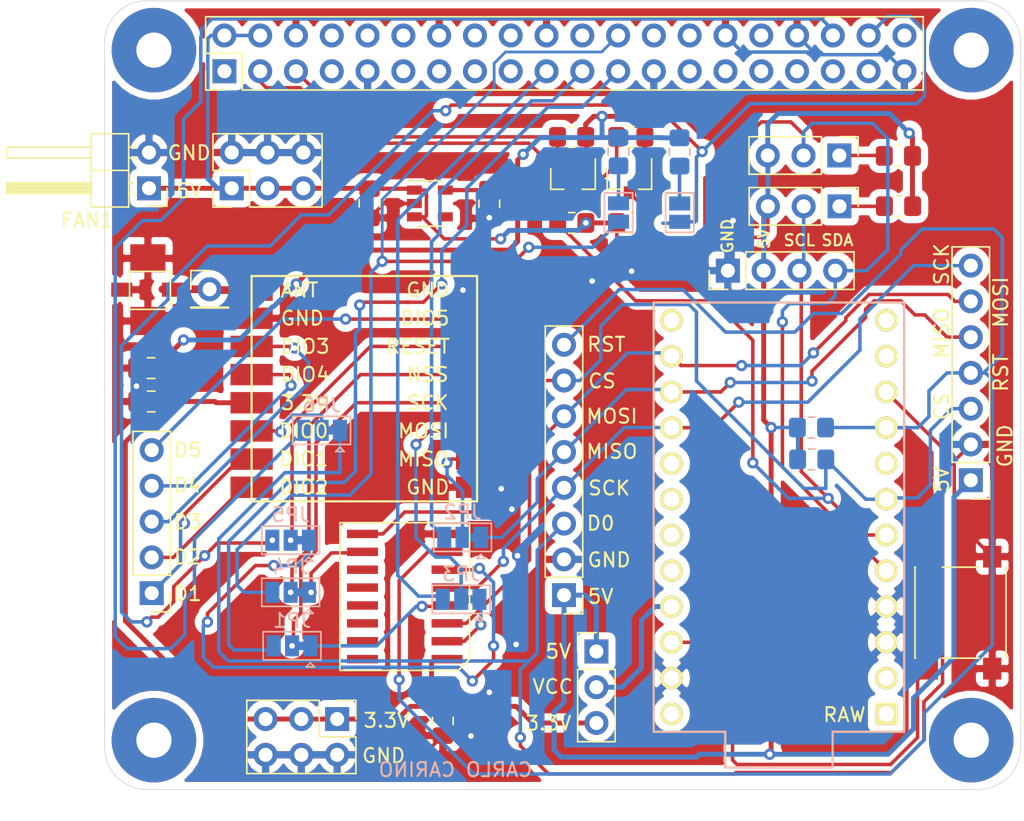
<source format=kicad_pcb>
(kicad_pcb (version 20171130) (host pcbnew "(5.1.10)-1")
  (title_block (company IOTNINJJA))
  (layers (0 F.Cu signal) (31 B.Cu signal) (34 B.Paste user) (35 F.Paste user) (36 B.SilkS user) (37 F.SilkS user) (38 B.Mask user) (39 F.Mask user) (44 Edge.Cuts user))
  (net 0 "")
  (net 1 GND)
  (net 2 3.3V)
  (net 3 5V)
  (net 4 /GPIO21)
  (net 5 /GPIO26)
  (net 6 /GPIO19)
  (net 7 /GPIO13)
  (net 8 /GPIO12)
  (net 9 /GPIO6)
  (net 10 /GPIO5)
  (net 11 /GPIO1)
  (net 12 /GPIO0)
  (net 13 /GPIO7)
  (net 14 /PI_SCK)
  (net 15 /GPIO25)
  (net 16 /PI_MISO)
  (net 17 /PI_MOSI)
  (net 18 /GPIO24)
  (net 19 /GPIO23)
  (net 20 /GPIO22)
  (net 21 /GPIO27)
  (net 22 /GPIO18)
  (net 23 /GPIO17)
  (net 24 /GPIO15)
  (net 25 /GPIO14)
  (net 26 /GPIO4)
  (net 27 /PI_SCL)
  (net 28 /PI_SDA)
  (net 29 "Net-(J2-Pad1)")
  (net 30 /DIO3)
  (net 31 /DIO4)
  (net 32 /DIO0)
  (net 33 /DIO1)
  (net 34 /DIO2)
  (net 35 /RFM_MISO)
  (net 36 /RFM_MOSI)
  (net 37 /RFM_SCK)
  (net 38 /RFM_CS)
  (net 39 /RFM_RST)
  (net 40 /MCU_SDA)
  (net 41 /MCU_SCL)
  (net 42 "Net-(SW1-Pad1)")
  (net 43 /DIO5)
  (net 44 "Net-(U3-Pad12)")
  (net 45 "Net-(U3-Pad11)")
  (net 46 /PI_RST)
  (net 47 /PI_DIO0)
  (net 48 /PI_CS)
  (net 49 /RST_H)
  (net 50 /CS_H)
  (net 51 /MOSI_H)
  (net 52 /MISO)
  (net 53 /SCK_H)
  (net 54 /SCK_L)
  (net 55 /MOSI_L)
  (net 56 /CS_L)
  (net 57 /RST_L)
  (net 58 /RFM_DIO0)
  (net 59 "Net-(JP7-Pad1)")
  (net 60 "Net-(JP8-Pad1)")
  (net 61 "Net-(R5-Pad2)")
  (net 62 "Net-(R6-Pad2)")
  (net 63 "Net-(U3-Pad14)")
  (net 64 "Net-(U3-Pad15)")
  (net 65 "Net-(U4-Pad24)")
  (net 66 "Net-(U4-Pad20)")
  (net 67 "Net-(U4-Pad19)")
  (net 68 "Net-(U4-Pad18)")
  (net 69 "Net-(U4-Pad17)")
  (net 70 "Net-(U4-Pad13)")
  (net 71 "Net-(U4-Pad12)")
  (net 72 "Net-(U4-Pad11)")
  (net 73 "Net-(U4-Pad8)")
  (net 74 "Net-(U4-Pad2)")
  (net 75 "Net-(U4-Pad1)")
  (net 76 "Net-(U5-Pad4)")
  (net 77 "Net-(J1-Pad17)")
  (net 78 "Net-(J1-Pad1)")
  (net 79 /MCU_VCC)
  (module Connector_PinHeader_2.54mm:PinHeader_1x07_P2.54mm_Vertical (layer F.Cu) (at 181.47 98.04 180)
    (fp_text reference SPI_PORT1 hide)
    (fp_text value Conn_01x07_Male)
    (pad 7 thru_hole oval (at 0 15.24 180) (size 1.7 1.7) (drill 1) (layers *.Cu *.Mask) (net 53 /SCK_H))
    (pad 6 thru_hole oval (at 0 12.7 180) (size 1.7 1.7) (drill 1) (layers *.Cu *.Mask) (net 51 /MOSI_H))
    (pad 5 thru_hole oval (at 0 10.16 180) (size 1.7 1.7) (drill 1) (layers *.Cu *.Mask) (net 52 /MISO))
    (pad 4 thru_hole oval (at 0 7.62 180) (size 1.7 1.7) (drill 1) (layers *.Cu *.Mask) (net 49 /RST_H))
    (pad 3 thru_hole oval (at 0 5.08 180) (size 1.7 1.7) (drill 1) (layers *.Cu *.Mask) (net 50 /CS_H))
    (pad 2 thru_hole oval (at 0 2.54 180) (size 1.7 1.7) (drill 1) (layers *.Cu *.Mask) (net 1 GND))
    (pad 1 thru_hole rect (at 0 0 180) (size 1.7 1.7) (drill 1) (layers *.Cu *.Mask) (net 3 5V))
  )
  (module Connector_PinHeader_2.54mm:PinHeader_1x03_P2.54mm_Vertical (layer F.Cu) (at 154.9 110.2)
    (fp_text reference J3 hide)
    (fp_text value Conn_01x03_Male)
    (pad 3 thru_hole oval (at 0 5.08) (size 1.7 1.7) (drill 1) (layers *.Cu *.Mask) (net 2 3.3V))
    (pad 2 thru_hole oval (at 0 2.54) (size 1.7 1.7) (drill 1) (layers *.Cu *.Mask) (net 79 /MCU_VCC))
    (pad 1 thru_hole rect (at 0 0) (size 1.7 1.7) (drill 1) (layers *.Cu *.Mask) (net 3 5V))
  )
  (module Connector_PinHeader_2.54mm:PinHeader_1x05_P2.54mm_Vertical (layer F.Cu) (at 123.34 106.06 180)
    (fp_text reference J4 hide)
    (fp_text value Conn_01x05_Male)
    (pad 5 thru_hole oval (at 0 10.16 180) (size 1.7 1.7) (drill 1) (layers *.Cu *.Mask) (net 43 /DIO5))
    (pad 4 thru_hole oval (at 0 7.62 180) (size 1.7 1.7) (drill 1) (layers *.Cu *.Mask) (net 31 /DIO4))
    (pad 3 thru_hole oval (at 0 5.08 180) (size 1.7 1.7) (drill 1) (layers *.Cu *.Mask) (net 30 /DIO3))
    (pad 2 thru_hole oval (at 0 2.54 180) (size 1.7 1.7) (drill 1) (layers *.Cu *.Mask) (net 34 /DIO2))
    (pad 1 thru_hole rect (at 0 0 180) (size 1.7 1.7) (drill 1) (layers *.Cu *.Mask) (net 33 /DIO1))
  )
  (module Package_TO_SOT_SMD:SOT-23-5 (layer F.Cu) (at 143.08 78.39)
    (fp_text reference U5 hide)
    (fp_text value AP2112K-3.3)
    (pad 5 smd rect (at 1.1 -0.95) (size 1.06 0.65) (layers F.Cu F.Paste F.Mask) (net 2 3.3V))
    (pad 4 smd rect (at 1.1 0.95) (size 1.06 0.65) (layers F.Cu F.Paste F.Mask) (net 76 "Net-(U5-Pad4)"))
    (pad 3 smd rect (at -1.1 0.95) (size 1.06 0.65) (layers F.Cu F.Paste F.Mask) (net 3 5V))
    (pad 2 smd rect (at -1.1 0) (size 1.06 0.65) (layers F.Cu F.Paste F.Mask) (net 1 GND))
    (pad 1 smd rect (at -1.1 -0.95) (size 1.06 0.65) (layers F.Cu F.Paste F.Mask) (net 3 5V))
  )
  (module promicro_library:ProMicro (layer F.Cu) (at 167.85 100.66 90)
    (fp_text reference U4 hide)
    (fp_text value ProMicro)
    (pad 24 thru_hole circle (at -13.97 -7.62 90) (size 1.6 1.6) (drill 1.1) (layers *.Cu *.Mask F.SilkS) (net 65 "Net-(U4-Pad24)"))
    (pad 23 thru_hole circle (at -11.43 -7.62 90) (size 1.6 1.6) (drill 1.1) (layers *.Cu *.Mask F.SilkS) (net 1 GND))
    (pad 22 thru_hole circle (at -8.89 -7.62 90) (size 1.6 1.6) (drill 1.1) (layers *.Cu *.Mask F.SilkS) (net 42 "Net-(SW1-Pad1)"))
    (pad 21 thru_hole circle (at -6.35 -7.62 90) (size 1.6 1.6) (drill 1.1) (layers *.Cu *.Mask F.SilkS) (net 79 /MCU_VCC))
    (pad 20 thru_hole circle (at -3.81 -7.62 90) (size 1.6 1.6) (drill 1.1) (layers *.Cu *.Mask F.SilkS) (net 66 "Net-(U4-Pad20)"))
    (pad 19 thru_hole circle (at -1.27 -7.62 90) (size 1.6 1.6) (drill 1.1) (layers *.Cu *.Mask F.SilkS) (net 67 "Net-(U4-Pad19)"))
    (pad 18 thru_hole circle (at 1.27 -7.62 90) (size 1.6 1.6) (drill 1.1) (layers *.Cu *.Mask F.SilkS) (net 68 "Net-(U4-Pad18)"))
    (pad 17 thru_hole circle (at 3.81 -7.62 90) (size 1.6 1.6) (drill 1.1) (layers *.Cu *.Mask F.SilkS) (net 69 "Net-(U4-Pad17)"))
    (pad 16 thru_hole circle (at 6.35 -7.62 90) (size 1.6 1.6) (drill 1.1) (layers *.Cu *.Mask F.SilkS) (net 53 /SCK_H))
    (pad 15 thru_hole circle (at 8.89 -7.62 90) (size 1.6 1.6) (drill 1.1) (layers *.Cu *.Mask F.SilkS) (net 52 /MISO))
    (pad 14 thru_hole circle (at 11.43 -7.62 90) (size 1.6 1.6) (drill 1.1) (layers *.Cu *.Mask F.SilkS) (net 51 /MOSI_H))
    (pad 13 thru_hole circle (at 13.97 -7.62 90) (size 1.6 1.6) (drill 1.1) (layers *.Cu *.Mask F.SilkS) (net 70 "Net-(U4-Pad13)"))
    (pad 12 thru_hole circle (at 13.97 7.62 90) (size 1.6 1.6) (drill 1.1) (layers *.Cu *.Mask F.SilkS) (net 71 "Net-(U4-Pad12)"))
    (pad 11 thru_hole circle (at 11.43 7.62 90) (size 1.6 1.6) (drill 1.1) (layers *.Cu *.Mask F.SilkS) (net 72 "Net-(U4-Pad11)"))
    (pad 10 thru_hole circle (at 8.89 7.62 90) (size 1.6 1.6) (drill 1.1) (layers *.Cu *.Mask F.SilkS) (net 32 /DIO0))
    (pad 9 thru_hole circle (at 6.35 7.62 90) (size 1.6 1.6) (drill 1.1) (layers *.Cu *.Mask F.SilkS) (net 49 /RST_H))
    (pad 8 thru_hole circle (at 3.81 7.62 90) (size 1.6 1.6) (drill 1.1) (layers *.Cu *.Mask F.SilkS) (net 73 "Net-(U4-Pad8)"))
    (pad 7 thru_hole circle (at 1.27 7.62 90) (size 1.6 1.6) (drill 1.1) (layers *.Cu *.Mask F.SilkS) (net 50 /CS_H))
    (pad 6 thru_hole circle (at -1.27 7.62 90) (size 1.6 1.6) (drill 1.1) (layers *.Cu *.Mask F.SilkS) (net 41 /MCU_SCL))
    (pad 5 thru_hole circle (at -3.81 7.62 90) (size 1.6 1.6) (drill 1.1) (layers *.Cu *.Mask F.SilkS) (net 40 /MCU_SDA))
    (pad 4 thru_hole circle (at -6.35 7.62 90) (size 1.6 1.6) (drill 1.1) (layers *.Cu *.Mask F.SilkS) (net 1 GND))
    (pad 3 thru_hole circle (at -8.89 7.62 90) (size 1.6 1.6) (drill 1.1) (layers *.Cu *.Mask F.SilkS) (net 1 GND))
    (pad 2 thru_hole circle (at -11.43 7.62 90) (size 1.6 1.6) (drill 1.1) (layers *.Cu *.Mask F.SilkS) (net 74 "Net-(U4-Pad2)"))
    (pad 1 thru_hole rect (at -13.97 7.62 90) (size 1.6 1.6) (drill 1.1) (layers *.Cu *.Mask F.SilkS) (net 75 "Net-(U4-Pad1)"))
  )
  (module logicshifter:74HC4050 (layer F.Cu) (at 141.3 106.3 90)
    (fp_text reference U3 hide)
    (fp_text value 74HC4050D)
    (pad 8 smd rect (at 4.445 3 90) (size 0.6 2.2) (layers F.Cu F.Paste F.Mask) (net 1 GND))
    (pad 9 smd rect (at 4.445 -3 90) (size 0.6 2.2) (layers F.Cu F.Paste F.Mask) (net 50 /CS_H))
    (pad 7 smd rect (at 3.175 3 90) (size 0.6 2.2) (layers F.Cu F.Paste F.Mask) (net 49 /RST_H))
    (pad 10 smd rect (at 3.175 -3 90) (size 0.6 2.2) (layers F.Cu F.Paste F.Mask) (net 56 /CS_L))
    (pad 6 smd rect (at 1.905 3 90) (size 0.6 2.2) (layers F.Cu F.Paste F.Mask) (net 57 /RST_L))
    (pad 11 smd rect (at 1.905 -3 90) (size 0.6 2.2) (layers F.Cu F.Paste F.Mask) (net 45 "Net-(U3-Pad11)"))
    (pad 5 smd rect (at 0.635 3 90) (size 0.6 2.2) (layers F.Cu F.Paste F.Mask) (net 53 /SCK_H))
    (pad 12 smd rect (at 0.635 -3 90) (size 0.6 2.2) (layers F.Cu F.Paste F.Mask) (net 44 "Net-(U3-Pad12)"))
    (pad 4 smd rect (at -0.635 3 90) (size 0.6 2.2) (layers F.Cu F.Paste F.Mask) (net 54 /SCK_L))
    (pad 13 smd rect (at -0.635 -3 90) (size 0.6 2.2) (layers F.Cu F.Paste F.Mask))
    (pad 3 smd rect (at -1.905 3 90) (size 0.6 2.2) (layers F.Cu F.Paste F.Mask) (net 51 /MOSI_H))
    (pad 14 smd rect (at -1.905 -3 90) (size 0.6 2.2) (layers F.Cu F.Paste F.Mask) (net 63 "Net-(U3-Pad14)"))
    (pad 2 smd rect (at -3.175 3 90) (size 0.6 2.2) (layers F.Cu F.Paste F.Mask) (net 55 /MOSI_L))
    (pad 15 smd rect (at -3.175 -3 90) (size 0.6 2.2) (layers F.Cu F.Paste F.Mask) (net 64 "Net-(U3-Pad15)"))
    (pad 1 smd rect (at -4.445 3 90) (size 0.6 2.2) (layers F.Cu F.Paste F.Mask) (net 2 3.3V))
    (pad 16 smd rect (at -4.445 -3 90) (size 0.6 2.2) (layers F.Cu F.Paste F.Mask))
  )
  (module antenna:uFLSMA (layer F.Cu) (at 123.07 84.51 270)
    (fp_text reference U2 hide)
    (fp_text value uFL-SMA)
    (pad 4 smd rect (at -1.7 0 270) (size 2 2.5) (drill (offset -0.525 0)) (layers F.Cu F.Paste F.Mask) (net 1 GND))
    (pad 3 smd rect (at 0 1.35 270) (size 1 1.5) (drill (offset 0 0.5)) (layers F.Cu F.Paste F.Mask) (net 1 GND))
    (pad 2 smd rect (at 1.7 0 270) (size 2 2.5) (drill (offset 0.525 0)) (layers F.Cu F.Paste F.Mask) (net 1 GND))
    (pad 1 smd rect (at 0 -1 270) (size 1 1.5) (drill (offset 0 -0.75)) (layers F.Cu F.Paste F.Mask) (net 29 "Net-(J2-Pad1)"))
  )
  (module HopeRF:RFM95-Headers (layer F.Cu) (at 138.43 98.54 180)
    (fp_text reference U1 hide)
    (fp_text value RFM95)
    (fp_text user GND (at 4.4 12) (layer F.SilkS))
    (fp_text user DIO3 (at 4.2 10) (layer F.SilkS))
    (fp_text user DIO4 (at 4.2 8) (layer F.SilkS))
    (fp_text user 3.3V (at 4.3 6) (layer F.SilkS))
    (fp_text user DIO0 (at 4.3 4) (layer F.SilkS))
    (fp_text user DIO1 (at 4.3 2) (layer F.SilkS))
    (fp_text user DIO2 (at 4.3 0) (layer F.SilkS))
    (fp_text user GND (at -4.5 14) (layer F.SilkS))
    (fp_text user DIO5 (at -4.3 12) (layer F.SilkS))
    (fp_text user RESET (at -3.8 10) (layer F.SilkS))
    (fp_text user NSS (at -4.5 8) (layer F.SilkS))
    (fp_text user SCK (at -4.5 6) (layer F.SilkS))
    (fp_text user MOSI (at -4.2 4) (layer F.SilkS))
    (fp_text user MISO (at -4.2 2) (layer F.SilkS))
    (fp_text user ANT (at 4.6 14) (layer F.SilkS))
    (fp_text user GND (at -4.5 0) (layer F.SilkS))
    (pad 9 smd rect (at 7 14 180) (size 3 1.524) (drill (offset 1 0)) (layers F.Cu F.Paste F.Mask) (net 29 "Net-(J2-Pad1)"))
    (pad 10 smd rect (at 7 12 180) (size 3 1.524) (drill (offset 1 0)) (layers F.Cu F.Paste F.Mask) (net 1 GND))
    (pad 11 smd rect (at 7 10 180) (size 3 1.524) (drill (offset 1 0)) (layers F.Cu F.Paste F.Mask) (net 30 /DIO3))
    (pad 12 smd rect (at 7 8 180) (size 3 1.524) (drill (offset 1 0)) (layers F.Cu F.Paste F.Mask) (net 31 /DIO4))
    (pad 13 smd rect (at 7 6 180) (size 3 1.524) (drill (offset 1 0)) (layers F.Cu F.Paste F.Mask) (net 2 3.3V))
    (pad 14 smd rect (at 7 4 180) (size 3 1.524) (drill (offset 1 0)) (layers F.Cu F.Paste F.Mask) (net 58 /RFM_DIO0))
    (pad 15 smd rect (at 7 2 180) (size 3 1.524) (drill (offset 1 0)) (layers F.Cu F.Paste F.Mask) (net 33 /DIO1))
    (pad 16 smd rect (at 7 0 180) (size 3 1.524) (drill (offset 1 0)) (layers F.Cu F.Paste F.Mask) (net 34 /DIO2))
    (pad 8 smd rect (at -7 14) (size 3 1.524) (drill (offset 1 0)) (layers F.Cu F.Paste F.Mask) (net 1 GND))
    (pad 7 smd rect (at -7 12) (size 3 1.524) (drill (offset 1 0)) (layers F.Cu F.Paste F.Mask) (net 43 /DIO5))
    (pad 6 connect rect (at -7 10) (size 3 1.524) (drill (offset 1 0)) (layers F.Cu F.Mask) (net 39 /RFM_RST))
    (pad 5 smd rect (at -7 8) (size 3 1.524) (drill (offset 1 0)) (layers F.Cu F.Paste F.Mask) (net 38 /RFM_CS))
    (pad 4 smd rect (at -7 6) (size 3 1.524) (drill (offset 1 0)) (layers F.Cu F.Paste F.Mask) (net 37 /RFM_SCK))
    (pad 3 smd rect (at -7 4) (size 3 1.524) (drill (offset 1 0)) (layers F.Cu F.Paste F.Mask) (net 36 /RFM_MOSI))
    (pad 2 smd rect (at -7 2) (size 3 1.524) (drill (offset 1 0)) (layers F.Cu F.Paste F.Mask) (net 35 /RFM_MISO))
    (pad 1 smd rect (at -7 0) (size 3 1.524) (drill (offset 1 0)) (layers F.Cu F.Paste F.Mask) (net 1 GND))
  )
  (module Button_Switch_SMD:SW_Push_1P1T_NO_6x6mm_H9.5mm (layer F.Cu) (at 180.74 107.445 90)
    (fp_text reference SW1 hide)
    (fp_text value SW_Push)
    (pad 2 smd rect (at 3.975 2.25 90) (size 1.55 1.3) (layers F.Cu F.Paste F.Mask) (net 1 GND))
    (pad 1 smd rect (at 3.975 -2.25 90) (size 1.55 1.3) (layers F.Cu F.Paste F.Mask) (net 42 "Net-(SW1-Pad1)"))
    (pad 1 smd rect (at -3.975 -2.25 90) (size 1.55 1.3) (layers F.Cu F.Paste F.Mask) (net 42 "Net-(SW1-Pad1)"))
    (pad 2 smd rect (at -3.975 2.25 90) (size 1.55 1.3) (layers F.Cu F.Paste F.Mask) (net 1 GND))
  )
  (module Connector_PinHeader_2.54mm:PinHeader_1x03_P2.54mm_Vertical (layer F.Cu) (at 172.14 74.98 270)
    (fp_text reference SDA_PU1 hide)
    (fp_text value Conn_01x03_Male)
    (pad 3 thru_hole oval (at 0 5.08 270) (size 1.7 1.7) (drill 1) (layers *.Cu *.Mask) (net 3 5V))
    (pad 2 thru_hole oval (at 0 2.54 270) (size 1.7 1.7) (drill 1) (layers *.Cu *.Mask) (net 40 /MCU_SDA))
    (pad 1 thru_hole rect (at 0 0 270) (size 1.7 1.7) (drill 1) (layers *.Cu *.Mask) (net 61 "Net-(R5-Pad2)"))
  )
  (module Connector_PinHeader_2.54mm:PinHeader_1x03_P2.54mm_Vertical (layer F.Cu) (at 172.15 78.59 270)
    (fp_text reference SCL_PU1 hide)
    (fp_text value Conn_01x03_Male)
    (pad 3 thru_hole oval (at 0 5.08 270) (size 1.7 1.7) (drill 1) (layers *.Cu *.Mask) (net 3 5V))
    (pad 2 thru_hole oval (at 0 2.54 270) (size 1.7 1.7) (drill 1) (layers *.Cu *.Mask) (net 41 /MCU_SCL))
    (pad 1 thru_hole rect (at 0 0 270) (size 1.7 1.7) (drill 1) (layers *.Cu *.Mask) (net 62 "Net-(R6-Pad2)"))
  )
  (module Resistor_SMD:R_0805_2012Metric_Pad1.20x1.40mm_HandSolder (layer B.Cu) (at 160.8 74.73 270)
    (fp_text reference R10 hide)
    (fp_text value 10k hide)
    (pad 2 smd roundrect (at 1 0 270) (size 1.2 1.4) (layers B.Cu B.Paste B.Mask) (roundrect_rratio 0.2083325) (net 60 "Net-(JP8-Pad1)"))
    (pad 1 smd roundrect (at -1 0 270) (size 1.2 1.4) (layers B.Cu B.Paste B.Mask) (roundrect_rratio 0.2083325) (net 2 3.3V))
  )
  (module Resistor_SMD:R_0805_2012Metric_Pad1.20x1.40mm_HandSolder (layer B.Cu) (at 156.47 74.71 90)
    (fp_text reference R9 hide)
    (fp_text value 10k hide)
    (pad 2 smd roundrect (at 1 0 90) (size 1.2 1.4) (layers B.Cu B.Paste B.Mask) (roundrect_rratio 0.2083325) (net 2 3.3V))
    (pad 1 smd roundrect (at -1 0 90) (size 1.2 1.4) (layers B.Cu B.Paste B.Mask) (roundrect_rratio 0.2083325) (net 59 "Net-(JP7-Pad1)"))
  )
  (module Resistor_SMD:R_0805_2012Metric_Pad1.20x1.40mm_HandSolder (layer B.Cu) (at 170.16 94.3)
    (fp_text reference R8 hide)
    (fp_text value 100k hide)
    (pad 2 smd roundrect (at 1 0) (size 1.2 1.4) (layers B.Cu B.Paste B.Mask) (roundrect_rratio 0.2083325) (net 49 /RST_H))
    (pad 1 smd roundrect (at -1 0) (size 1.2 1.4) (layers B.Cu B.Paste B.Mask) (roundrect_rratio 0.2083325) (net 3 5V))
  )
  (module Resistor_SMD:R_0805_2012Metric_Pad1.20x1.40mm_HandSolder (layer B.Cu) (at 170.18 96.56)
    (fp_text reference R7 hide)
    (fp_text value 100k hide)
    (pad 2 smd roundrect (at 1 0) (size 1.2 1.4) (layers B.Cu B.Paste B.Mask) (roundrect_rratio 0.2083325) (net 50 /CS_H))
    (pad 1 smd roundrect (at -1 0) (size 1.2 1.4) (layers B.Cu B.Paste B.Mask) (roundrect_rratio 0.2083325) (net 3 5V))
  )
  (module Resistor_SMD:R_0805_2012Metric_Pad1.20x1.40mm_HandSolder (layer F.Cu) (at 176.34 78.58 180)
    (fp_text reference R6 hide)
    (fp_text value 4.7k)
    (pad 2 smd roundrect (at 1 0 180) (size 1.2 1.4) (layers F.Cu F.Paste F.Mask) (roundrect_rratio 0.2083325) (net 62 "Net-(R6-Pad2)"))
    (pad 1 smd roundrect (at -1 0 180) (size 1.2 1.4) (layers F.Cu F.Paste F.Mask) (roundrect_rratio 0.2083325) (net 3 5V))
  )
  (module Resistor_SMD:R_0805_2012Metric_Pad1.20x1.40mm_HandSolder (layer F.Cu) (at 176.33 75.01 180)
    (fp_text reference R5 hide)
    (fp_text value 4.7k)
    (pad 2 smd roundrect (at 1 0 180) (size 1.2 1.4) (layers F.Cu F.Paste F.Mask) (roundrect_rratio 0.2083325) (net 61 "Net-(R5-Pad2)"))
    (pad 1 smd roundrect (at -1 0 180) (size 1.2 1.4) (layers F.Cu F.Paste F.Mask) (roundrect_rratio 0.2083325) (net 3 5V))
  )
  (module Resistor_SMD:R_0805_2012Metric_Pad1.20x1.40mm_HandSolder (layer F.Cu) (at 153.15 79.77 180)
    (fp_text reference R4 hide)
    (fp_text value 10k)
    (pad 2 smd roundrect (at 1 0 180) (size 1.2 1.4) (layers F.Cu F.Paste F.Mask) (roundrect_rratio 0.2083325) (net 41 /MCU_SCL))
    (pad 1 smd roundrect (at -1 0 180) (size 1.2 1.4) (layers F.Cu F.Paste F.Mask) (roundrect_rratio 0.2083325) (net 3 5V))
  )
  (module Resistor_SMD:R_0805_2012Metric_Pad1.20x1.40mm_HandSolder (layer F.Cu) (at 157.35 79.77)
    (fp_text reference R3 hide)
    (fp_text value 10k)
    (pad 2 smd roundrect (at 1 0) (size 1.2 1.4) (layers F.Cu F.Paste F.Mask) (roundrect_rratio 0.2083325) (net 40 /MCU_SDA))
    (pad 1 smd roundrect (at -1 0) (size 1.2 1.4) (layers F.Cu F.Paste F.Mask) (roundrect_rratio 0.2083325) (net 3 5V))
  )
  (module Resistor_SMD:R_0805_2012Metric_Pad1.20x1.40mm_HandSolder (layer F.Cu) (at 153.14 73.66 180)
    (fp_text reference R2 hide)
    (fp_text value 10k)
    (pad 2 smd roundrect (at 1 0 180) (size 1.2 1.4) (layers F.Cu F.Paste F.Mask) (roundrect_rratio 0.2083325) (net 27 /PI_SCL))
    (pad 1 smd roundrect (at -1 0 180) (size 1.2 1.4) (layers F.Cu F.Paste F.Mask) (roundrect_rratio 0.2083325) (net 2 3.3V))
  )
  (module Resistor_SMD:R_0805_2012Metric_Pad1.20x1.40mm_HandSolder (layer F.Cu) (at 157.34 73.66 180)
    (fp_text reference R1 hide)
    (fp_text value 10k)
    (pad 2 smd roundrect (at 1 0 180) (size 1.2 1.4) (layers F.Cu F.Paste F.Mask) (roundrect_rratio 0.2083325) (net 28 /PI_SDA))
    (pad 1 smd roundrect (at -1 0 180) (size 1.2 1.4) (layers F.Cu F.Paste F.Mask) (roundrect_rratio 0.2083325) (net 2 3.3V))
  )
  (module Package_TO_SOT_SMD:SOT-23 (layer F.Cu) (at 153.24 76.62 270)
    (fp_text reference Q2 hide)
    (fp_text value BSS138)
    (pad 3 smd rect (at 1 0 270) (size 0.9 0.8) (layers F.Cu F.Paste F.Mask) (net 41 /MCU_SCL))
    (pad 2 smd rect (at -1 0.95 270) (size 0.9 0.8) (layers F.Cu F.Paste F.Mask) (net 27 /PI_SCL))
    (pad 1 smd rect (at -1 -0.95 270) (size 0.9 0.8) (layers F.Cu F.Paste F.Mask) (net 2 3.3V))
  )
  (module Package_TO_SOT_SMD:SOT-23 (layer F.Cu) (at 157.24 76.62 270)
    (fp_text reference Q1 hide)
    (fp_text value BSS138)
    (pad 3 smd rect (at 1 0 270) (size 0.9 0.8) (layers F.Cu F.Paste F.Mask) (net 40 /MCU_SDA))
    (pad 2 smd rect (at -1 0.95 270) (size 0.9 0.8) (layers F.Cu F.Paste F.Mask) (net 28 /PI_SDA))
    (pad 1 smd rect (at -1 -0.95 270) (size 0.9 0.8) (layers F.Cu F.Paste F.Mask) (net 2 3.3V))
  )
  (module Jumper:SolderJumper-2_P1.3mm_Open_Pad1.0x1.5mm (layer B.Cu) (at 160.81 79.04 270)
    (fp_text reference JP8 hide)
    (fp_text value SolderJumper_2_Open hide)
    (pad 1 smd rect (at -0.65 0 270) (size 1 1.5) (layers B.Cu B.Mask) (net 60 "Net-(JP8-Pad1)"))
    (pad 2 smd rect (at 0.65 0 270) (size 1 1.5) (layers B.Cu B.Mask) (net 46 /PI_RST))
  )
  (module Jumper:SolderJumper-2_P1.3mm_Open_Pad1.0x1.5mm (layer B.Cu) (at 156.47 79.03 270)
    (fp_text reference JP7 hide)
    (fp_text value SolderJumper_2_Open hide)
    (pad 1 smd rect (at -0.65 0 270) (size 1 1.5) (layers B.Cu B.Mask) (net 59 "Net-(JP7-Pad1)"))
    (pad 2 smd rect (at 0.65 0 270) (size 1 1.5) (layers B.Cu B.Mask) (net 48 /PI_CS))
  )
  (module Jumper:SolderJumper-3_P1.3mm_Bridged12_Pad1.0x1.5mm (layer B.Cu) (at 135.4 94.5 180)
    (fp_text reference JP6 (at 0 1.8) (layer B.SilkS) (effects (justify mirror)))
    (fp_text value SolderJumper_3_Bridged12 hide)
    (fp_poly (pts (xy -0.9 0.3) (xy -0.4 0.3) (xy -0.4 -0.3) (xy -0.9 -0.3)) (layer B.Cu) (width 0))
    (pad 2 smd rect (at 0 0 180) (size 1 1.5) (layers B.Cu B.Mask) (net 58 /RFM_DIO0))
    (pad 3 smd rect (at 1.3 0 180) (size 1 1.5) (layers B.Cu B.Mask) (net 47 /PI_DIO0))
    (pad 1 smd rect (at -1.3 0 180) (size 1 1.5) (layers B.Cu B.Mask) (net 32 /DIO0))
  )
  (module Jumper:SolderJumper-3_P1.3mm_Bridged12_Pad1.0x1.5mm (layer B.Cu) (at 133.2 102.3 180)
    (fp_text reference JP5 (at 0 1.8) (layer B.SilkS) (effects (justify mirror)))
    (fp_text value SolderJumper_3_Bridged12 hide)
    (fp_poly (pts (xy -0.9 0.3) (xy -0.4 0.3) (xy -0.4 -0.3) (xy -0.9 -0.3)) (layer B.Cu) (width 0))
    (pad 2 smd rect (at 0 0 180) (size 1 1.5) (layers B.Cu B.Mask) (net 39 /RFM_RST))
    (pad 3 smd rect (at 1.3 0 180) (size 1 1.5) (layers B.Cu B.Mask) (net 46 /PI_RST))
    (pad 1 smd rect (at -1.3 0 180) (size 1 1.5) (layers B.Cu B.Mask) (net 57 /RST_L))
  )
  (module Jumper:SolderJumper-3_P1.3mm_Bridged12_Pad1.0x1.5mm (layer B.Cu) (at 133.2 106 180)
    (fp_text reference JP4 (at 0 1.8) (layer B.SilkS) (effects (justify mirror)))
    (fp_text value SolderJumper_3_Bridged12 hide)
    (fp_poly (pts (xy -0.9 0.3) (xy -0.4 0.3) (xy -0.4 -0.3) (xy -0.9 -0.3)) (layer B.Cu) (width 0))
    (pad 2 smd rect (at 0 0 180) (size 1 1.5) (layers B.Cu B.Mask) (net 38 /RFM_CS))
    (pad 3 smd rect (at 1.3 0 180) (size 1 1.5) (layers B.Cu B.Mask) (net 48 /PI_CS))
    (pad 1 smd rect (at -1.3 0 180) (size 1 1.5) (layers B.Cu B.Mask) (net 56 /CS_L))
  )
  (module Jumper:SolderJumper-3_P1.3mm_Bridged12_Pad1.0x1.5mm (layer B.Cu) (at 145.3 106.5 180)
    (fp_text reference JP3 (at 0 1.8) (layer B.SilkS) (effects (justify mirror)))
    (fp_text value SolderJumper_3_Bridged12 hide)
    (fp_poly (pts (xy -0.9 0.3) (xy -0.4 0.3) (xy -0.4 -0.3) (xy -0.9 -0.3)) (layer B.Cu) (width 0))
    (pad 2 smd rect (at 0 0 180) (size 1 1.5) (layers B.Cu B.Mask) (net 36 /RFM_MOSI))
    (pad 3 smd rect (at 1.3 0 180) (size 1 1.5) (layers B.Cu B.Mask) (net 17 /PI_MOSI))
    (pad 1 smd rect (at -1.3 0 180) (size 1 1.5) (layers B.Cu B.Mask) (net 55 /MOSI_L))
  )
  (module Jumper:SolderJumper-3_P1.3mm_Bridged12_Pad1.0x1.5mm (layer B.Cu) (at 145.4 102.1 180)
    (fp_text reference JP2 (at 0 1.8) (layer B.SilkS) (effects (justify mirror)))
    (fp_text value SolderJumper_3_Bridged12 hide)
    (fp_poly (pts (xy -0.9 0.3) (xy -0.4 0.3) (xy -0.4 -0.3) (xy -0.9 -0.3)) (layer B.Cu) (width 0))
    (pad 2 smd rect (at 0 0 180) (size 1 1.5) (layers B.Cu B.Mask) (net 35 /RFM_MISO))
    (pad 3 smd rect (at 1.3 0 180) (size 1 1.5) (layers B.Cu B.Mask) (net 16 /PI_MISO))
    (pad 1 smd rect (at -1.3 0 180) (size 1 1.5) (layers B.Cu B.Mask) (net 52 /MISO))
  )
  (module Jumper:SolderJumper-3_P1.3mm_Bridged12_Pad1.0x1.5mm (layer B.Cu) (at 133.3 109.8 180)
    (fp_text reference JP1 (at 0 1.8) (layer B.SilkS) (effects (justify mirror)))
    (fp_text value SolderJumper_3_Bridged12 hide)
    (fp_poly (pts (xy -0.9 0.3) (xy -0.4 0.3) (xy -0.4 -0.3) (xy -0.9 -0.3)) (layer B.Cu) (width 0))
    (pad 2 smd rect (at 0 0 180) (size 1 1.5) (layers B.Cu B.Mask) (net 37 /RFM_SCK))
    (pad 3 smd rect (at 1.3 0 180) (size 1 1.5) (layers B.Cu B.Mask) (net 14 /PI_SCK))
    (pad 1 smd rect (at -1.3 0 180) (size 1 1.5) (layers B.Cu B.Mask) (net 54 /SCK_L))
  )
  (module Connector_PinHeader_2.54mm:PinHeader_2x03_P2.54mm_Vertical (layer F.Cu) (at 136.5 115 270)
    (fp_text reference J7 hide)
    (fp_text value Conn_02x03_Odd_Even)
    (pad 6 thru_hole oval (at 2.54 5.08 270) (size 1.7 1.7) (drill 1) (layers *.Cu *.Mask) (net 1 GND))
    (pad 5 thru_hole oval (at 0 5.08 270) (size 1.7 1.7) (drill 1) (layers *.Cu *.Mask) (net 2 3.3V))
    (pad 4 thru_hole oval (at 2.54 2.54 270) (size 1.7 1.7) (drill 1) (layers *.Cu *.Mask) (net 1 GND))
    (pad 3 thru_hole oval (at 0 2.54 270) (size 1.7 1.7) (drill 1) (layers *.Cu *.Mask) (net 2 3.3V))
    (pad 2 thru_hole oval (at 2.54 0 270) (size 1.7 1.7) (drill 1) (layers *.Cu *.Mask) (net 1 GND))
    (pad 1 thru_hole rect (at 0 0 270) (size 1.7 1.7) (drill 1) (layers *.Cu *.Mask) (net 2 3.3V))
  )
  (module Connector_PinHeader_2.54mm:PinHeader_2x03_P2.54mm_Vertical (layer F.Cu) (at 129.02 77.31 90)
    (fp_text reference J6 hide)
    (fp_text value Conn_02x03_Odd_Even)
    (pad 6 thru_hole oval (at 2.54 5.08 90) (size 1.7 1.7) (drill 1) (layers *.Cu *.Mask) (net 1 GND))
    (pad 5 thru_hole oval (at 0 5.08 90) (size 1.7 1.7) (drill 1) (layers *.Cu *.Mask) (net 3 5V))
    (pad 4 thru_hole oval (at 2.54 2.54 90) (size 1.7 1.7) (drill 1) (layers *.Cu *.Mask) (net 1 GND))
    (pad 3 thru_hole oval (at 0 2.54 90) (size 1.7 1.7) (drill 1) (layers *.Cu *.Mask) (net 3 5V))
    (pad 2 thru_hole oval (at 2.54 0 90) (size 1.7 1.7) (drill 1) (layers *.Cu *.Mask) (net 1 GND))
    (pad 1 thru_hole rect (at 0 0 90) (size 1.7 1.7) (drill 1) (layers *.Cu *.Mask) (net 3 5V))
  )
  (module Connector_PinHeader_2.54mm:PinHeader_1x01_P2.54mm_Vertical (layer F.Cu) (at 127.45 84.48)
    (fp_text reference J2 hide)
    (fp_text value Conn_01x01_Male)
    (pad 1 thru_hole circle (at 0 0) (size 1.7 1.7) (drill 1) (layers *.Cu *.Mask) (net 29 "Net-(J2-Pad1)"))
  )
  (module Connector_PinHeader_2.54mm:PinHeader_1x04_P2.54mm_Vertical (layer F.Cu) (at 164.23 83.16 90)
    (fp_text reference I2C_PORT1 hide)
    (fp_text value Conn_01x04_Male)
    (pad 4 thru_hole oval (at 0 7.62 90) (size 1.7 1.7) (drill 1) (layers *.Cu *.Mask) (net 40 /MCU_SDA))
    (pad 3 thru_hole oval (at 0 5.08 90) (size 1.7 1.7) (drill 1) (layers *.Cu *.Mask) (net 41 /MCU_SCL))
    (pad 2 thru_hole oval (at 0 2.54 90) (size 1.7 1.7) (drill 1) (layers *.Cu *.Mask) (net 3 5V))
    (pad 1 thru_hole rect (at 0 0 90) (size 1.7 1.7) (drill 1) (layers *.Cu *.Mask) (net 1 GND))
  )
  (module Connector_PinHeader_2.54mm:PinHeader_1x02_P2.54mm_Horizontal (layer F.Cu) (at 123.15 77.31 180)
    (fp_text reference FAN1 (at 4.385 -2.27) (layer F.SilkS))
    (fp_text value Conn_01x02_Male)
    (pad 2 thru_hole oval (at 0 2.54 180) (size 1.7 1.7) (drill 1) (layers *.Cu *.Mask) (net 1 GND))
    (pad 1 thru_hole rect (at 0 0 180) (size 1.7 1.7) (drill 1) (layers *.Cu *.Mask) (net 3 5V))
  )
  (module Capacitor_SMD:C_0805_2012Metric_Pad1.18x1.45mm_HandSolder (layer F.Cu) (at 147.3 78.4075 270)
    (fp_text reference C5 hide)
    (fp_text value 1u)
    (pad 2 smd roundrect (at 1.0375 0 270) (size 1.175 1.45) (layers F.Cu F.Paste F.Mask) (roundrect_rratio 0.2127659574468085) (net 1 GND))
    (pad 1 smd roundrect (at -1.0375 0 270) (size 1.175 1.45) (layers F.Cu F.Paste F.Mask) (roundrect_rratio 0.2127659574468085) (net 2 3.3V))
  )
  (module Capacitor_SMD:C_0805_2012Metric_Pad1.18x1.45mm_HandSolder (layer F.Cu) (at 138.8 78.3775 270)
    (fp_text reference C4 hide)
    (fp_text value 1u)
    (pad 2 smd roundrect (at 1.0375 0 270) (size 1.175 1.45) (layers F.Cu F.Paste F.Mask) (roundrect_rratio 0.2127659574468085) (net 1 GND))
    (pad 1 smd roundrect (at -1.0375 0 270) (size 1.175 1.45) (layers F.Cu F.Paste F.Mask) (roundrect_rratio 0.2127659574468085) (net 3 5V))
  )
  (module Capacitor_SMD:C_0805_2012Metric_Pad1.18x1.45mm_HandSolder (layer F.Cu) (at 144 115.1375 270)
    (fp_text reference C3 hide)
    (fp_text value 0.1uF)
    (pad 2 smd roundrect (at 1.0375 0 270) (size 1.175 1.45) (layers F.Cu F.Paste F.Mask) (roundrect_rratio 0.2127659574468085) (net 1 GND))
    (pad 1 smd roundrect (at -1.0375 0 270) (size 1.175 1.45) (layers F.Cu F.Paste F.Mask) (roundrect_rratio 0.2127659574468085) (net 2 3.3V))
  )
  (module Capacitor_SMD:C_0805_2012Metric_Pad1.18x1.45mm_HandSolder (layer F.Cu) (at 123.3125 92.45 180)
    (fp_text reference C2 hide)
    (fp_text value 0.1u hide)
    (pad 2 smd roundrect (at 1.0375 0 180) (size 1.175 1.45) (layers F.Cu F.Paste F.Mask) (roundrect_rratio 0.2127659574468085) (net 1 GND))
    (pad 1 smd roundrect (at -1.0375 0 180) (size 1.175 1.45) (layers F.Cu F.Paste F.Mask) (roundrect_rratio 0.2127659574468085) (net 2 3.3V))
  )
  (module Capacitor_SMD:C_0805_2012Metric_Pad1.18x1.45mm_HandSolder (layer F.Cu) (at 123.2975 90.08 180)
    (fp_text reference C1 hide)
    (fp_text value 10u hide)
    (pad 2 smd roundrect (at 1.0375 0 180) (size 1.175 1.45) (layers F.Cu F.Paste F.Mask) (roundrect_rratio 0.2127659574468085) (net 1 GND))
    (pad 1 smd roundrect (at -1.0375 0 180) (size 1.175 1.45) (layers F.Cu F.Paste F.Mask) (roundrect_rratio 0.2127659574468085) (net 2 3.3V))
  )
  (module mounting:pi_mounting_2.5_6 (layer F.Cu) (at 181.5 74)
    (fp_text reference H3 hide)
    (fp_text value MountingHole_Pad)
    (pad "" thru_hole circle (at 0 -6.5) (size 6 6) (drill 2.5) (layers *.Cu *.Mask))
  )
  (module mounting:pi_mounting_2.5_6 (layer F.Cu) (at 123.4 122)
    (fp_text reference H1 hide)
    (fp_text value MountingHole_Pad)
    (pad "" thru_hole circle (at 0.1 -5.5) (size 6 6) (drill 2.5) (layers *.Cu *.Mask))
  )
  (module mounting:pi_mounting_2.5_6 (layer F.Cu) (at 123.5 73)
    (fp_text reference H2 hide)
    (fp_text value MountingHole_Pad)
    (pad "" thru_hole circle (at 0 -5.5) (size 6 6) (drill 2.5) (layers *.Cu *.Mask))
  )
  (module mounting:pi_mounting_2.5_6 (layer F.Cu) (at 181.5 122)
    (fp_text reference H4 hide)
    (fp_text value MountingHole_Pad)
    (pad "" thru_hole circle (at 0 -5.5) (size 6 6) (drill 2.5) (layers *.Cu *.Mask))
  )
  (module Connector_PinHeader_2.54mm:PinHeader_2x20_P2.54mm_Vertical (layer F.Cu) (at 128.5 69 90)
    (fp_text reference J1 hide)
    (fp_text value GPIO)
    (pad 40 thru_hole oval (at 2.54 48.26 90) (size 1.7 1.7) (drill 1) (layers *.Cu *.Mask) (net 4 /GPIO21))
    (pad 39 thru_hole oval (at 0 48.26 90) (size 1.7 1.7) (drill 1) (layers *.Cu *.Mask) (net 1 GND))
    (pad 38 thru_hole oval (at 2.54 45.72 90) (size 1.7 1.7) (drill 1) (layers *.Cu *.Mask) (net 46 /PI_RST))
    (pad 37 thru_hole oval (at 0 45.72 90) (size 1.7 1.7) (drill 1) (layers *.Cu *.Mask) (net 5 /GPIO26))
    (pad 36 thru_hole oval (at 2.54 43.18 90) (size 1.7 1.7) (drill 1) (layers *.Cu *.Mask) (net 47 /PI_DIO0))
    (pad 35 thru_hole oval (at 0 43.18 90) (size 1.7 1.7) (drill 1) (layers *.Cu *.Mask) (net 6 /GPIO19))
    (pad 34 thru_hole oval (at 2.54 40.64 90) (size 1.7 1.7) (drill 1) (layers *.Cu *.Mask) (net 1 GND))
    (pad 33 thru_hole oval (at 0 40.64 90) (size 1.7 1.7) (drill 1) (layers *.Cu *.Mask) (net 7 /GPIO13))
    (pad 32 thru_hole oval (at 2.54 38.1 90) (size 1.7 1.7) (drill 1) (layers *.Cu *.Mask) (net 8 /GPIO12))
    (pad 31 thru_hole oval (at 0 38.1 90) (size 1.7 1.7) (drill 1) (layers *.Cu *.Mask) (net 9 /GPIO6))
    (pad 30 thru_hole oval (at 2.54 35.56 90) (size 1.7 1.7) (drill 1) (layers *.Cu *.Mask) (net 1 GND))
    (pad 29 thru_hole oval (at 0 35.56 90) (size 1.7 1.7) (drill 1) (layers *.Cu *.Mask) (net 10 /GPIO5))
    (pad 28 thru_hole oval (at 2.54 33.02 90) (size 1.7 1.7) (drill 1) (layers *.Cu *.Mask) (net 11 /GPIO1))
    (pad 27 thru_hole oval (at 0 33.02 90) (size 1.7 1.7) (drill 1) (layers *.Cu *.Mask) (net 12 /GPIO0))
    (pad 26 thru_hole oval (at 2.54 30.48 90) (size 1.7 1.7) (drill 1) (layers *.Cu *.Mask) (net 13 /GPIO7))
    (pad 25 thru_hole oval (at 0 30.48 90) (size 1.7 1.7) (drill 1) (layers *.Cu *.Mask) (net 1 GND))
    (pad 24 thru_hole oval (at 2.54 27.94 90) (size 1.7 1.7) (drill 1) (layers *.Cu *.Mask) (net 48 /PI_CS))
    (pad 23 thru_hole oval (at 0 27.94 90) (size 1.7 1.7) (drill 1) (layers *.Cu *.Mask) (net 14 /PI_SCK))
    (pad 22 thru_hole oval (at 2.54 25.4 90) (size 1.7 1.7) (drill 1) (layers *.Cu *.Mask) (net 15 /GPIO25))
    (pad 21 thru_hole oval (at 0 25.4 90) (size 1.7 1.7) (drill 1) (layers *.Cu *.Mask) (net 16 /PI_MISO))
    (pad 20 thru_hole oval (at 2.54 22.86 90) (size 1.7 1.7) (drill 1) (layers *.Cu *.Mask) (net 1 GND))
    (pad 19 thru_hole oval (at 0 22.86 90) (size 1.7 1.7) (drill 1) (layers *.Cu *.Mask) (net 17 /PI_MOSI))
    (pad 18 thru_hole oval (at 2.54 20.32 90) (size 1.7 1.7) (drill 1) (layers *.Cu *.Mask) (net 18 /GPIO24))
    (pad 17 thru_hole oval (at 0 20.32 90) (size 1.7 1.7) (drill 1) (layers *.Cu *.Mask) (net 77 "Net-(J1-Pad17)"))
    (pad 16 thru_hole oval (at 2.54 17.78 90) (size 1.7 1.7) (drill 1) (layers *.Cu *.Mask) (net 19 /GPIO23))
    (pad 15 thru_hole oval (at 0 17.78 90) (size 1.7 1.7) (drill 1) (layers *.Cu *.Mask) (net 20 /GPIO22))
    (pad 14 thru_hole oval (at 2.54 15.24 90) (size 1.7 1.7) (drill 1) (layers *.Cu *.Mask) (net 1 GND))
    (pad 13 thru_hole oval (at 0 15.24 90) (size 1.7 1.7) (drill 1) (layers *.Cu *.Mask) (net 21 /GPIO27))
    (pad 12 thru_hole oval (at 2.54 12.7 90) (size 1.7 1.7) (drill 1) (layers *.Cu *.Mask) (net 22 /GPIO18))
    (pad 11 thru_hole oval (at 0 12.7 90) (size 1.7 1.7) (drill 1) (layers *.Cu *.Mask) (net 23 /GPIO17))
    (pad 10 thru_hole oval (at 2.54 10.16 90) (size 1.7 1.7) (drill 1) (layers *.Cu *.Mask) (net 24 /GPIO15))
    (pad 9 thru_hole oval (at 0 10.16 90) (size 1.7 1.7) (drill 1) (layers *.Cu *.Mask) (net 1 GND))
    (pad 8 thru_hole oval (at 2.54 7.62 90) (size 1.7 1.7) (drill 1) (layers *.Cu *.Mask) (net 25 /GPIO14))
    (pad 7 thru_hole oval (at 0 7.62 90) (size 1.7 1.7) (drill 1) (layers *.Cu *.Mask) (net 26 /GPIO4))
    (pad 6 thru_hole oval (at 2.54 5.08 90) (size 1.7 1.7) (drill 1) (layers *.Cu *.Mask) (net 1 GND))
    (pad 5 thru_hole oval (at 0 5.08 90) (size 1.7 1.7) (drill 1) (layers *.Cu *.Mask) (net 27 /PI_SCL))
    (pad 4 thru_hole oval (at 2.54 2.54 90) (size 1.7 1.7) (drill 1) (layers *.Cu *.Mask) (net 3 5V))
    (pad 3 thru_hole oval (at 0 2.54 90) (size 1.7 1.7) (drill 1) (layers *.Cu *.Mask) (net 28 /PI_SDA))
    (pad 2 thru_hole oval (at 2.54 0 90) (size 1.7 1.7) (drill 1) (layers *.Cu *.Mask) (net 3 5V))
    (pad 1 thru_hole rect (at 0 0 90) (size 1.7 1.7) (drill 1) (layers *.Cu *.Mask) (net 78 "Net-(J1-Pad1)"))
  )
  (module Connector_PinHeader_2.54mm:PinHeader_1x08_P2.54mm_Vertical (layer F.Cu) (at 152.6 106.2 180)
    (fp_text reference J5 hide)
    (fp_text value Conn_01x08_Male)
    (pad 1 thru_hole rect (at 0 0 180) (size 1.7 1.7) (drill 1) (layers *.Cu *.Mask) (net 3 5V))
    (pad 2 thru_hole oval (at 0 2.54 180) (size 1.7 1.7) (drill 1) (layers *.Cu *.Mask) (net 1 GND))
    (pad 3 thru_hole oval (at 0 5.08 180) (size 1.7 1.7) (drill 1) (layers *.Cu *.Mask) (net 32 /DIO0))
    (pad 4 thru_hole oval (at 0 7.62 180) (size 1.7 1.7) (drill 1) (layers *.Cu *.Mask) (net 53 /SCK_H))
    (pad 5 thru_hole oval (at 0 10.16 180) (size 1.7 1.7) (drill 1) (layers *.Cu *.Mask) (net 52 /MISO))
    (pad 6 thru_hole oval (at 0 12.7 180) (size 1.7 1.7) (drill 1) (layers *.Cu *.Mask) (net 51 /MOSI_H))
    (pad 7 thru_hole oval (at 0 15.24 180) (size 1.7 1.7) (drill 1) (layers *.Cu *.Mask) (net 50 /CS_H))
    (pad 8 thru_hole oval (at 0 17.78 180) (size 1.7 1.7) (drill 1) (layers *.Cu *.Mask) (net 49 /RST_H))
  )
  (gr_text "VCC\n" (at 151.8 112.7) (layer F.SilkS) (effects (font (size 1 1))))
  (gr_text GND (at 126 74.8) (layer F.SilkS) (effects (font (size 1 1))))
  (gr_text "5V\n" (at 179.4 98 90) (layer F.SilkS) (effects (font (size 1 1))))
  (gr_text "5V\n" (at 152.2 110.2) (layer F.SilkS) (effects (font (size 1 1))))
  (gr_text 3.3V (at 151.5 115.3) (layer F.SilkS) (effects (font (size 1 1))))
  (gr_text "GND\n" (at 139.8 117.6) (layer F.SilkS) (effects (font (size 1 1))))
  (gr_text GND (at 183.9 95.6 90) (layer F.SilkS) (effects (font (size 1 1))))
  (gr_text SCK (at 179.4 82.7 90) (layer F.SilkS) (effects (font (size 1 1))))
  (gr_text MOSI (at 183.6 85.4 90) (layer F.SilkS) (effects (font (size 1 1))))
  (gr_text MISO (at 179.4 87.6 90) (layer F.SilkS) (effects (font (size 1 1))))
  (gr_text RST (at 183.6 90.4 90) (layer F.SilkS) (effects (font (size 1 1))))
  (gr_text CS (at 179.4 92.8 90) (layer F.SilkS) (effects (font (size 1 1))))
  (gr_text SDA (at 172 81) (layer F.SilkS) (effects (font (size 0.8 0.8))))
  (gr_text SCL (at 169.3 81) (layer F.SilkS) (effects (font (size 0.8 0.8))))
  (gr_text 5V (at 166.8 80.9 90) (layer F.SilkS) (effects (font (size 0.8 0.8))))
  (gr_text GND (at 164.2 80.7 90) (layer F.SilkS) (effects (font (size 0.8 0.8))))
  (gr_text D1 (at 125.9 106.1) (layer F.SilkS) (effects (font (size 1 1))))
  (gr_text D2 (at 125.9 103.5) (layer F.SilkS) (effects (font (size 1 1))))
  (gr_text D3 (at 125.9 101) (layer F.SilkS) (effects (font (size 1 1))))
  (gr_text D4 (at 125.9 98.4) (layer F.SilkS) (effects (font (size 1 1))))
  (gr_text "D5\n" (at 125.9 95.9) (layer F.SilkS) (effects (font (size 1 1))))
  (gr_text 5V (at 155.2 106.3) (layer F.SilkS) (effects (font (size 1 1))))
  (gr_text GND (at 155.8 103.7) (layer F.SilkS) (effects (font (size 1 1))))
  (gr_text D0 (at 155.2 101.1) (layer F.SilkS) (effects (font (size 1 1))))
  (gr_text SCK (at 155.8 98.6) (layer F.SilkS) (effects (font (size 1 1))))
  (gr_text MISO (at 156 96) (layer F.SilkS) (effects (font (size 1 1))))
  (gr_text MOSI (at 156 93.5) (layer F.SilkS) (effects (font (size 1 1))))
  (gr_text CS (at 155.3 91) (layer F.SilkS) (effects (font (size 1 1))))
  (gr_text RST (at 155.6 88.4) (layer F.SilkS) (effects (font (size 1 1))))
  (gr_text 5V (at 126 77.5) (layer F.SilkS) (effects (font (size 1 1))))
  (gr_text 3.3V (at 140 115.1) (layer F.SilkS) (effects (font (size 1 1))))
  (gr_text RAW (at 172.5 114.7) (layer F.SilkS) (effects (font (size 1 1))))
  (gr_text "CARLO CARINO\n" (at 144.9 118.6) (layer B.SilkS) (effects (font (size 1 1)) (justify mirror)))
  (gr_line (start 123 120) (end 182 120) (layer Edge.Cuts) (width 0.05))
  (gr_line (start 185 117) (end 185 67) (layer Edge.Cuts) (width 0.05))
  (gr_arc (start 182 117) (end 182 120) (angle -90) (layer Edge.Cuts) (width 0.05))
  (gr_arc (start 123 117) (end 120 117) (angle -90) (layer Edge.Cuts) (width 0.05))
  (gr_arc (start 123 67) (end 123 64) (angle -90) (layer Edge.Cuts) (width 0.05))
  (gr_arc (start 182 67) (end 185 67) (angle -90) (layer Edge.Cuts) (width 0.05))
  (gr_line (start 120 67) (end 120 117) (layer Edge.Cuts) (width 0.05))
  (gr_line (start 123 64) (end 182 64) (layer Edge.Cuts) (width 0.05))
  (segment (start 131.1 86.21) (end 131.43 86.54) (width 0.25) (layer F.Cu) (net 1))
  (segment (start 123.07 86.21) (end 131.1 86.21) (width 0.25) (layer F.Cu) (net 1))
  (segment (start 139.825 78.39) (end 141.98 78.39) (width 0.25) (layer F.Cu) (net 1))
  (segment (start 138.8 79.415) (end 139.825 78.39) (width 0.25) (layer F.Cu) (net 1))
  (via (at 147.3 79.4) (size 0.8) (drill 0.4) (layers F.Cu B.Cu) (net 1))
  (segment (start 147.3 79.445) (end 147.3 79.4) (width 0.25) (layer F.Cu) (net 1))
  (via (at 145.43 84.54) (size 0.8) (drill 0.4) (layers F.Cu B.Cu) (net 1))
  (segment (start 147.3 82.67) (end 145.43 84.54) (width 0.25) (layer B.Cu) (net 1))
  (segment (start 147.3 79.4) (end 147.3 82.67) (width 0.25) (layer B.Cu) (net 1))
  (via (at 164.6 79.6) (size 0.8) (drill 0.4) (layers F.Cu B.Cu) (net 1))
  (segment (start 164.6 82.79) (end 164.23 83.16) (width 0.25) (layer B.Cu) (net 1))
  (segment (start 164.6 79.6) (end 164.6 82.79) (width 0.25) (layer B.Cu) (net 1))
  (segment (start 170.504999 67.824999) (end 169.14 66.46) (width 0.25) (layer B.Cu) (net 1))
  (segment (start 175.584999 67.824999) (end 170.504999 67.824999) (width 0.25) (layer B.Cu) (net 1))
  (segment (start 176.76 69) (end 175.584999 67.824999) (width 0.25) (layer B.Cu) (net 1))
  (segment (start 170.315001 67.635001) (end 170.504999 67.824999) (width 0.25) (layer B.Cu) (net 1))
  (segment (start 165.235001 67.635001) (end 170.315001 67.635001) (width 0.25) (layer B.Cu) (net 1))
  (segment (start 164.06 66.46) (end 165.235001 67.635001) (width 0.25) (layer B.Cu) (net 1))
  (via (at 122.26 91.36) (size 0.8) (drill 0.4) (layers F.Cu B.Cu) (net 1))
  (segment (start 122.275 91.375) (end 122.26 91.36) (width 0.25) (layer F.Cu) (net 1))
  (segment (start 122.275 92.45) (end 122.275 91.375) (width 0.25) (layer F.Cu) (net 1))
  (segment (start 122.26 90.08) (end 122.26 91.36) (width 0.25) (layer F.Cu) (net 1))
  (segment (start 122.26 91.36) (end 122.26 90.04) (width 0.25) (layer B.Cu) (net 1))
  (segment (start 149.24999 96.567012) (end 149.24999 85.85001) (width 0.25) (layer F.Cu) (net 1))
  (segment (start 147.277002 98.54) (end 149.24999 96.567012) (width 0.25) (layer F.Cu) (net 1))
  (segment (start 145.43 98.54) (end 147.277002 98.54) (width 0.25) (layer F.Cu) (net 1))
  (segment (start 151.2 83.9) (end 154.6 83.9) (width 0.25) (layer F.Cu) (net 1))
  (via (at 154.6 83.9) (size 0.8) (drill 0.4) (layers F.Cu B.Cu) (net 1))
  (segment (start 149.24999 85.85001) (end 151.2 83.9) (width 0.25) (layer F.Cu) (net 1))
  (segment (start 154.6 83.9) (end 156.6 83.9) (width 0.25) (layer B.Cu) (net 1))
  (via (at 157.4 83.2) (size 0.8) (drill 0.4) (layers F.Cu B.Cu) (net 1))
  (segment (start 157.3 83.2) (end 157.4 83.2) (width 0.25) (layer B.Cu) (net 1))
  (segment (start 156.6 83.9) (end 157.3 83.2) (width 0.25) (layer B.Cu) (net 1))
  (segment (start 164.19 83.2) (end 164.23 83.16) (width 0.25) (layer F.Cu) (net 1))
  (segment (start 157.4 83.2) (end 164.19 83.2) (width 0.25) (layer F.Cu) (net 1))
  (via (at 148.9 100.1) (size 0.8) (drill 0.4) (layers F.Cu B.Cu) (net 1))
  (segment (start 147.145 101.855) (end 148.9 100.1) (width 0.25) (layer F.Cu) (net 1))
  (segment (start 144.3 101.855) (end 147.145 101.855) (width 0.25) (layer F.Cu) (net 1))
  (via (at 148.145848 98.645848) (size 0.8) (drill 0.4) (layers F.Cu B.Cu) (net 1))
  (segment (start 148.9 99.4) (end 148.145848 98.645848) (width 0.25) (layer B.Cu) (net 1))
  (segment (start 148.9 100.1) (end 148.9 99.4) (width 0.25) (layer B.Cu) (net 1))
  (segment (start 145.535848 98.645848) (end 145.43 98.54) (width 0.25) (layer F.Cu) (net 1))
  (segment (start 148.145848 98.645848) (end 145.535848 98.645848) (width 0.25) (layer F.Cu) (net 1))
  (segment (start 131.42 117.54) (end 133.96 117.54) (width 0.25) (layer F.Cu) (net 1))
  (segment (start 133.96 117.54) (end 136.5 117.54) (width 0.25) (layer F.Cu) (net 1))
  (segment (start 142.635 117.54) (end 144 116.175) (width 0.25) (layer F.Cu) (net 1))
  (segment (start 136.5 117.54) (end 142.635 117.54) (width 0.25) (layer F.Cu) (net 1))
  (segment (start 180.294999 100.774999) (end 182.99 103.47) (width 0.25) (layer F.Cu) (net 1))
  (segment (start 180.294999 96.675001) (end 180.294999 100.774999) (width 0.25) (layer F.Cu) (net 1))
  (segment (start 181.47 95.5) (end 180.294999 96.675001) (width 0.25) (layer F.Cu) (net 1))
  (segment (start 148.9 100.1) (end 148.9 103) (width 0.25) (layer F.Cu) (net 1))
  (via (at 149.3 103.4) (size 0.8) (drill 0.4) (layers F.Cu B.Cu) (net 1))
  (segment (start 148.9 103) (end 149.3 103.4) (width 0.25) (layer F.Cu) (net 1))
  (via (at 149.2 109.7) (size 0.8) (drill 0.4) (layers F.Cu B.Cu) (net 1))
  (segment (start 149.3 109.6) (end 149.2 109.7) (width 0.25) (layer B.Cu) (net 1))
  (segment (start 149.3 103.4) (end 149.3 109.6) (width 0.25) (layer B.Cu) (net 1))
  (segment (start 149.2 109.7) (end 149.2 111.6) (width 0.25) (layer F.Cu) (net 1))
  (via (at 147.3 113.1) (size 0.8) (drill 0.4) (layers F.Cu B.Cu) (net 1))
  (segment (start 147.7 113.1) (end 147.3 113.1) (width 0.25) (layer F.Cu) (net 1))
  (segment (start 149.2 111.6) (end 147.7 113.1) (width 0.25) (layer F.Cu) (net 1))
  (segment (start 147.3 113.1) (end 147.3 115.1) (width 0.25) (layer B.Cu) (net 1))
  (via (at 146 116.2) (size 0.8) (drill 0.4) (layers F.Cu B.Cu) (net 1))
  (segment (start 146.2 116.2) (end 146 116.2) (width 0.25) (layer B.Cu) (net 1))
  (segment (start 147.3 115.1) (end 146.2 116.2) (width 0.25) (layer B.Cu) (net 1))
  (segment (start 144.025 116.2) (end 144 116.175) (width 0.25) (layer F.Cu) (net 1))
  (segment (start 146 116.2) (end 144.025 116.2) (width 0.25) (layer F.Cu) (net 1))
  (segment (start 124.35 90.095) (end 124.335 90.08) (width 0.25) (layer F.Cu) (net 2))
  (segment (start 124.35 92.45) (end 124.35 90.095) (width 0.35) (layer F.Cu) (net 2))
  (segment (start 127.92 92.54) (end 131.43 92.54) (width 0.35) (layer F.Cu) (net 2))
  (segment (start 147.23 77.44) (end 147.3 77.37) (width 0.25) (layer F.Cu) (net 2))
  (segment (start 144.18 77.44) (end 147.23 77.44) (width 0.3) (layer F.Cu) (net 2))
  (segment (start 148.79 77.37) (end 149.31 77.89) (width 0.3) (layer F.Cu) (net 2))
  (segment (start 147.3 77.37) (end 148.79 77.37) (width 0.3) (layer F.Cu) (net 2))
  (via (at 125.6 88.08) (size 0.8) (drill 0.4) (layers F.Cu B.Cu) (net 2))
  (segment (start 129.55 88.08) (end 125.6 88.08) (width 0.35) (layer B.Cu) (net 2))
  (segment (start 131.9 85.73) (end 129.55 88.08) (width 0.35) (layer B.Cu) (net 2))
  (segment (start 124.335 89.345) (end 124.335 90.08) (width 0.25) (layer F.Cu) (net 2))
  (segment (start 125.6 88.08) (end 124.335 89.345) (width 0.35) (layer F.Cu) (net 2))
  (segment (start 127.83 92.45) (end 127.92 92.54) (width 0.35) (layer F.Cu) (net 2))
  (segment (start 124.35 92.45) (end 127.83 92.45) (width 0.35) (layer F.Cu) (net 2))
  (segment (start 121.47 95.33) (end 121.47 108.03) (width 0.35) (layer F.Cu) (net 2))
  (segment (start 124.35 92.45) (end 121.47 95.33) (width 0.35) (layer F.Cu) (net 2))
  (segment (start 149.31 77.89) (end 149.31 81.09) (width 0.35) (layer F.Cu) (net 2))
  (segment (start 149.31 81.09) (end 148.7 81.7) (width 0.35) (layer F.Cu) (net 2))
  (via (at 133.6 84.1) (size 0.8) (drill 0.4) (layers F.Cu B.Cu) (net 2))
  (segment (start 136 81.7) (end 133.6 84.1) (width 0.35) (layer F.Cu) (net 2))
  (segment (start 148.7 81.7) (end 136 81.7) (width 0.35) (layer F.Cu) (net 2))
  (segment (start 131.97 85.73) (end 131.9 85.73) (width 0.25) (layer B.Cu) (net 2))
  (segment (start 133.6 84.1) (end 131.97 85.73) (width 0.35) (layer B.Cu) (net 2))
  (segment (start 154.14 73.66) (end 154.14 72.76) (width 0.35) (layer F.Cu) (net 2))
  (segment (start 154.14 72.76) (end 154.7 72.2) (width 0.35) (layer F.Cu) (net 2))
  (segment (start 158.34 72.74) (end 158.34 73.66) (width 0.35) (layer F.Cu) (net 2))
  (segment (start 157.8 72.2) (end 158.34 72.74) (width 0.35) (layer F.Cu) (net 2))
  (segment (start 149.31 75.29) (end 149.7 74.9) (width 0.3) (layer F.Cu) (net 2))
  (via (at 149.7 74.9) (size 0.8) (drill 0.4) (layers F.Cu B.Cu) (net 2))
  (segment (start 149.31 77.89) (end 149.31 75.29) (width 0.35) (layer F.Cu) (net 2))
  (segment (start 149.7 74.9) (end 150.89 73.71) (width 0.35) (layer B.Cu) (net 2))
  (via (at 155.3 72.2) (size 0.8) (drill 0.4) (layers F.Cu B.Cu) (net 2))
  (segment (start 155.3 72.2) (end 157.8 72.2) (width 0.35) (layer F.Cu) (net 2))
  (segment (start 155.27 72.23) (end 155.3 72.2) (width 0.25) (layer B.Cu) (net 2))
  (segment (start 154.7 72.2) (end 155.3 72.2) (width 0.35) (layer F.Cu) (net 2))
  (segment (start 154.19 73.71) (end 154.14 73.66) (width 0.25) (layer F.Cu) (net 2))
  (segment (start 154.19 75.62) (end 154.19 73.71) (width 0.35) (layer F.Cu) (net 2))
  (segment (start 158.34 75.47) (end 158.19 75.62) (width 0.25) (layer F.Cu) (net 2))
  (segment (start 158.34 73.66) (end 158.34 75.47) (width 0.35) (layer F.Cu) (net 2))
  (segment (start 159.58 73.71) (end 159.6 73.73) (width 0.25) (layer B.Cu) (net 2))
  (segment (start 155.27 73.71) (end 159.58 73.71) (width 0.35) (layer B.Cu) (net 2))
  (segment (start 150.89 73.71) (end 155.27 73.71) (width 0.35) (layer B.Cu) (net 2))
  (segment (start 155.3 73.68) (end 155.27 73.71) (width 0.25) (layer B.Cu) (net 2))
  (segment (start 155.3 72.2) (end 155.3 73.68) (width 0.35) (layer B.Cu) (net 2))
  (segment (start 159.6 73.73) (end 160.8 73.73) (width 0.35) (layer B.Cu) (net 2))
  (segment (start 128.44 115) (end 131.42 115) (width 0.35) (layer F.Cu) (net 2))
  (segment (start 121.47 108.03) (end 128.44 115) (width 0.35) (layer F.Cu) (net 2))
  (segment (start 131.42 115) (end 133.96 115) (width 0.35) (layer F.Cu) (net 2))
  (segment (start 133.96 115) (end 136.5 115) (width 0.35) (layer F.Cu) (net 2))
  (segment (start 136.5 115) (end 140.6 115) (width 0.35) (layer F.Cu) (net 2))
  (segment (start 140.6 115) (end 140.8 115) (width 0.25) (layer F.Cu) (net 2))
  (segment (start 144 114.1) (end 149.2 114.1) (width 0.35) (layer F.Cu) (net 2))
  (segment (start 141.7 114.1) (end 140.8 115) (width 0.35) (layer F.Cu) (net 2))
  (segment (start 144 114.1) (end 141.7 114.1) (width 0.35) (layer F.Cu) (net 2))
  (segment (start 144.3 110.745) (end 143.455 110.745) (width 0.25) (layer F.Cu) (net 2))
  (segment (start 143.455 110.745) (end 143.2 111) (width 0.25) (layer F.Cu) (net 2))
  (segment (start 143.2 113.3) (end 144 114.1) (width 0.35) (layer F.Cu) (net 2))
  (segment (start 143.2 111) (end 143.2 113.3) (width 0.35) (layer F.Cu) (net 2))
  (segment (start 150.38 115.28) (end 149.2 114.1) (width 0.35) (layer F.Cu) (net 2))
  (segment (start 154.9 115.28) (end 150.38 115.28) (width 0.35) (layer F.Cu) (net 2))
  (segment (start 128.5 66.46) (end 128.49 66.45) (width 0.25) (layer B.Cu) (net 3))
  (segment (start 128.5 66.46) (end 127.54 66.46) (width 0.25) (layer B.Cu) (net 3))
  (segment (start 123.15 77.31) (end 129.02 77.31) (width 0.35) (layer F.Cu) (net 3))
  (segment (start 129.02 77.31) (end 131.56 77.31) (width 0.35) (layer F.Cu) (net 3))
  (segment (start 131.56 77.31) (end 134.1 77.31) (width 0.35) (layer F.Cu) (net 3))
  (segment (start 138.77 77.31) (end 138.8 77.34) (width 0.25) (layer F.Cu) (net 3))
  (segment (start 134.1 77.31) (end 138.77 77.31) (width 0.35) (layer F.Cu) (net 3))
  (segment (start 141.88 77.34) (end 141.98 77.44) (width 0.25) (layer F.Cu) (net 3))
  (segment (start 138.8 77.34) (end 141.88 77.34) (width 0.3) (layer F.Cu) (net 3))
  (segment (start 142.835001 79.264999) (end 142.76 79.34) (width 0.25) (layer F.Cu) (net 3))
  (segment (start 142.835001 77.515001) (end 142.835001 79.264999) (width 0.25) (layer F.Cu) (net 3))
  (segment (start 142.76 77.44) (end 142.835001 77.515001) (width 0.25) (layer F.Cu) (net 3))
  (segment (start 141.98 77.44) (end 142.76 77.44) (width 0.25) (layer F.Cu) (net 3))
  (segment (start 169.18 94.32) (end 169.16 94.3) (width 0.25) (layer B.Cu) (net 3))
  (segment (start 169.18 96.56) (end 169.18 94.32) (width 0.25) (layer B.Cu) (net 3))
  (segment (start 166.77 78.89) (end 167.07 78.59) (width 0.25) (layer B.Cu) (net 3))
  (segment (start 166.77 83.16) (end 166.77 78.89) (width 0.35) (layer B.Cu) (net 3))
  (segment (start 167.07 74.99) (end 167.06 74.98) (width 0.25) (layer B.Cu) (net 3))
  (segment (start 167.07 78.59) (end 167.07 74.99) (width 0.35) (layer B.Cu) (net 3))
  (segment (start 156.35 79.77) (end 154.15 79.77) (width 0.35) (layer F.Cu) (net 3))
  (segment (start 177.33 78.57) (end 177.34 78.58) (width 0.25) (layer F.Cu) (net 3))
  (segment (start 177.33 75.01) (end 177.33 78.57) (width 0.35) (layer F.Cu) (net 3))
  (via (at 177.1 73.4) (size 0.8) (drill 0.4) (layers F.Cu B.Cu) (net 3))
  (segment (start 177.33 73.63) (end 177.1 73.4) (width 0.25) (layer F.Cu) (net 3))
  (segment (start 177.33 75.01) (end 177.33 73.63) (width 0.35) (layer F.Cu) (net 3))
  (segment (start 156.35 79.77) (end 156.35 80.25) (width 0.25) (layer F.Cu) (net 3))
  (segment (start 167.07 80.43) (end 167.07 78.59) (width 0.25) (layer F.Cu) (net 3))
  (via (at 167.3 94.3) (size 0.8) (drill 0.4) (layers F.Cu B.Cu) (net 3))
  (segment (start 166.77 93.77) (end 167.3 94.3) (width 0.35) (layer F.Cu) (net 3))
  (segment (start 166.77 83.16) (end 166.77 93.77) (width 0.35) (layer F.Cu) (net 3))
  (segment (start 167.3 94.3) (end 169.16 94.3) (width 0.25) (layer B.Cu) (net 3))
  (segment (start 167.3 117.4) (end 167.2 117.5) (width 0.25) (layer F.Cu) (net 3))
  (segment (start 167.3 94.3) (end 167.3 117.4) (width 0.35) (layer F.Cu) (net 3))
  (via (at 167.2 117.5) (size 0.8) (drill 0.4) (layers F.Cu B.Cu) (net 3))
  (segment (start 156.35 79.77) (end 156.35 81.35) (width 0.25) (layer F.Cu) (net 3))
  (segment (start 156.35 81.35) (end 157.1 82.1) (width 0.25) (layer F.Cu) (net 3))
  (segment (start 157.1 82.1) (end 162.3 82.1) (width 0.25) (layer F.Cu) (net 3))
  (segment (start 162.3 82.1) (end 163.6 80.8) (width 0.25) (layer F.Cu) (net 3))
  (segment (start 163.6 80.8) (end 166.7 80.8) (width 0.25) (layer F.Cu) (net 3))
  (segment (start 166.7 80.8) (end 166.9 80.6) (width 0.25) (layer F.Cu) (net 3))
  (segment (start 166.9 80.6) (end 167.07 80.43) (width 0.25) (layer F.Cu) (net 3))
  (segment (start 166.70499 80.79501) (end 166.9 80.6) (width 0.25) (layer F.Cu) (net 3))
  (segment (start 127.324999 66.675001) (end 127.324999 76.624999) (width 0.25) (layer B.Cu) (net 3))
  (segment (start 127.54 66.46) (end 127.324999 66.675001) (width 0.25) (layer B.Cu) (net 3))
  (segment (start 128.01 77.31) (end 129.02 77.31) (width 0.25) (layer B.Cu) (net 3))
  (segment (start 127.324999 76.624999) (end 128.01 77.31) (width 0.35) (layer B.Cu) (net 3))
  (via (at 148.1 80.9) (size 0.8) (drill 0.4) (layers F.Cu B.Cu) (net 3))
  (segment (start 144.1 80.9) (end 148.1 80.9) (width 0.25) (layer F.Cu) (net 3))
  (segment (start 142.54 79.34) (end 144.1 80.9) (width 0.25) (layer F.Cu) (net 3))
  (segment (start 142.76 79.34) (end 142.54 79.34) (width 0.25) (layer F.Cu) (net 3))
  (segment (start 142.54 79.34) (end 141.98 79.34) (width 0.25) (layer F.Cu) (net 3))
  (segment (start 153.62 80.3) (end 154.15 79.77) (width 0.35) (layer B.Cu) (net 3))
  (segment (start 148.7 80.3) (end 153.62 80.3) (width 0.35) (layer B.Cu) (net 3))
  (segment (start 148.1 80.9) (end 148.7 80.3) (width 0.35) (layer B.Cu) (net 3))
  (via (at 154.15 79.77) (size 0.8) (drill 0.4) (layers F.Cu B.Cu) (net 3))
  (segment (start 128.5 66.46) (end 131.04 66.46) (width 0.25) (layer B.Cu) (net 3))
  (segment (start 152.6 106.2) (end 152.6 113.8) (width 0.35) (layer B.Cu) (net 3))
  (segment (start 152.4 117.7) (end 151.9 117.2) (width 0.35) (layer B.Cu) (net 3))
  (segment (start 162 117.7) (end 152.4 117.7) (width 0.35) (layer B.Cu) (net 3))
  (segment (start 162.2 117.5) (end 162 117.7) (width 0.35) (layer B.Cu) (net 3))
  (segment (start 151.9 114.5) (end 152.55 113.85) (width 0.35) (layer B.Cu) (net 3))
  (segment (start 167.2 117.5) (end 162.2 117.5) (width 0.35) (layer B.Cu) (net 3))
  (segment (start 152.55 113.85) (end 152.5 113.9) (width 0.25) (layer B.Cu) (net 3))
  (segment (start 151.9 117.2) (end 151.9 114.5) (width 0.35) (layer B.Cu) (net 3))
  (segment (start 152.6 113.8) (end 152.55 113.85) (width 0.25) (layer B.Cu) (net 3))
  (segment (start 154.9 110.2) (end 154.9 107) (width 0.35) (layer B.Cu) (net 3))
  (segment (start 154.1 106.2) (end 152.6 106.2) (width 0.35) (layer B.Cu) (net 3))
  (segment (start 154.9 107) (end 154.1 106.2) (width 0.35) (layer B.Cu) (net 3))
  (segment (start 167.06 72.74) (end 167.06 74.98) (width 0.35) (layer B.Cu) (net 3))
  (segment (start 167.8 72) (end 167.06 72.74) (width 0.35) (layer B.Cu) (net 3))
  (segment (start 175.7 72) (end 167.8 72) (width 0.35) (layer B.Cu) (net 3))
  (segment (start 177.1 73.4) (end 175.7 72) (width 0.35) (layer B.Cu) (net 3))
  (segment (start 175.6 117.5) (end 167.2 117.5) (width 0.35) (layer B.Cu) (net 3))
  (segment (start 177.4 115.7) (end 175.6 117.5) (width 0.35) (layer B.Cu) (net 3))
  (segment (start 177.4 113.5) (end 177.4 115.7) (width 0.35) (layer B.Cu) (net 3))
  (segment (start 180.27 110.63) (end 177.4 113.5) (width 0.35) (layer B.Cu) (net 3))
  (segment (start 180.27 99.24) (end 180.27 110.63) (width 0.35) (layer B.Cu) (net 3))
  (segment (start 181.47 98.04) (end 180.27 99.24) (width 0.35) (layer B.Cu) (net 3))
  (via (at 143.925 84.1) (size 0.8) (drill 0.4) (layers F.Cu B.Cu) (net 14))
  (segment (start 142.625 85.4) (end 143.925 84.1) (width 0.25) (layer F.Cu) (net 14))
  (segment (start 141.4 85.4) (end 142.625 85.4) (width 0.25) (layer F.Cu) (net 14))
  (segment (start 141.6 85.4) (end 141.4 85.4) (width 0.25) (layer F.Cu) (net 14))
  (segment (start 141.4 85.4) (end 140.3 85.4) (width 0.25) (layer F.Cu) (net 14))
  (segment (start 145.7 79.926998) (end 143.925 81.701998) (width 0.25) (layer B.Cu) (net 14))
  (segment (start 145.7 77.3) (end 145.7 79.926998) (width 0.25) (layer B.Cu) (net 14))
  (segment (start 151.449991 71.550009) (end 145.7 77.3) (width 0.25) (layer B.Cu) (net 14))
  (segment (start 153.889991 71.550009) (end 151.449991 71.550009) (width 0.25) (layer B.Cu) (net 14))
  (segment (start 143.925 81.701998) (end 143.925 84.1) (width 0.25) (layer B.Cu) (net 14))
  (segment (start 156.44 69) (end 153.889991 71.550009) (width 0.25) (layer B.Cu) (net 14))
  (segment (start 140.3 85.4) (end 140 85.4) (width 0.25) (layer F.Cu) (net 14))
  (via (at 138.1 85.6) (size 0.8) (drill 0.4) (layers F.Cu B.Cu) (net 14))
  (segment (start 138.3 85.4) (end 138.1 85.6) (width 0.25) (layer F.Cu) (net 14))
  (segment (start 140 85.4) (end 138.3 85.4) (width 0.25) (layer F.Cu) (net 14))
  (segment (start 128.8 109.7) (end 129.2 110.1) (width 0.25) (layer B.Cu) (net 14))
  (segment (start 137 98.2) (end 133 98.2) (width 0.25) (layer B.Cu) (net 14))
  (segment (start 128.8 102.4) (end 128.8 109.7) (width 0.25) (layer B.Cu) (net 14))
  (segment (start 133 98.2) (end 128.8 102.4) (width 0.25) (layer B.Cu) (net 14))
  (segment (start 137.8 97.4) (end 137 98.2) (width 0.25) (layer B.Cu) (net 14))
  (segment (start 131.7 110.1) (end 132 109.8) (width 0.25) (layer B.Cu) (net 14))
  (segment (start 137.8 87.6) (end 137.8 97.4) (width 0.25) (layer B.Cu) (net 14))
  (segment (start 129.2 110.1) (end 131.7 110.1) (width 0.25) (layer B.Cu) (net 14))
  (segment (start 138.1 87.3) (end 137.8 87.6) (width 0.25) (layer B.Cu) (net 14))
  (segment (start 138.1 85.6) (end 138.1 87.3) (width 0.25) (layer B.Cu) (net 14))
  (segment (start 151.8 71.1) (end 153.9 69) (width 0.25) (layer B.Cu) (net 16))
  (segment (start 150.3 71.1) (end 151.8 71.1) (width 0.25) (layer B.Cu) (net 16))
  (segment (start 143.8 77.6) (end 150.3 71.1) (width 0.25) (layer B.Cu) (net 16))
  (segment (start 143.8 80.5) (end 143.8 77.6) (width 0.25) (layer B.Cu) (net 16))
  (segment (start 143.2 81.1) (end 143.8 80.5) (width 0.25) (layer B.Cu) (net 16))
  (segment (start 143.2 101.2) (end 143.2 81.1) (width 0.25) (layer B.Cu) (net 16))
  (segment (start 144.1 102.1) (end 143.2 101.2) (width 0.25) (layer B.Cu) (net 16))
  (segment (start 140.8 79.56) (end 151.36 69) (width 0.25) (layer B.Cu) (net 17))
  (segment (start 142.274999 106.274999) (end 140.8 104.8) (width 0.25) (layer B.Cu) (net 17))
  (segment (start 143.774999 106.274999) (end 142.274999 106.274999) (width 0.25) (layer B.Cu) (net 17))
  (segment (start 144 106.5) (end 143.774999 106.274999) (width 0.25) (layer B.Cu) (net 17))
  (segment (start 140.8 104.8) (end 140.8 79.56) (width 0.25) (layer B.Cu) (net 17))
  (via (at 133.58 69) (size 0.8) (drill 0.4) (layers F.Cu B.Cu) (net 27))
  (segment (start 138.24 73.66) (end 133.58 69) (width 0.25) (layer F.Cu) (net 27))
  (segment (start 152.14 73.66) (end 138.24 73.66) (width 0.25) (layer F.Cu) (net 27))
  (segment (start 152.14 75.47) (end 152.29 75.62) (width 0.25) (layer F.Cu) (net 27))
  (segment (start 152.14 73.66) (end 152.14 75.47) (width 0.25) (layer F.Cu) (net 27))
  (segment (start 156.34 75.57) (end 156.29 75.62) (width 0.25) (layer F.Cu) (net 28))
  (segment (start 156.34 73.66) (end 156.34 75.57) (width 0.25) (layer F.Cu) (net 28))
  (segment (start 156.29 75.62) (end 155.31 76.6) (width 0.25) (layer F.Cu) (net 28))
  (segment (start 155.31 76.6) (end 151.8 76.6) (width 0.25) (layer F.Cu) (net 28))
  (segment (start 151.8 76.6) (end 150.8 75.6) (width 0.25) (layer F.Cu) (net 28))
  (segment (start 150.8 75.6) (end 150.8 74.8) (width 0.25) (layer F.Cu) (net 28))
  (segment (start 150.11001 74.11001) (end 137.81001 74.11001) (width 0.25) (layer F.Cu) (net 28))
  (segment (start 150.8 74.8) (end 150.11001 74.11001) (width 0.25) (layer F.Cu) (net 28))
  (segment (start 133.875001 70.175001) (end 131.475001 70.175001) (width 0.25) (layer F.Cu) (net 28))
  (segment (start 137.81001 74.11001) (end 133.875001 70.175001) (width 0.25) (layer F.Cu) (net 28))
  (segment (start 131.04 69.74) (end 131.04 69) (width 0.25) (layer F.Cu) (net 28))
  (segment (start 131.475001 70.175001) (end 131.04 69.74) (width 0.25) (layer F.Cu) (net 28))
  (segment (start 127.51 84.54) (end 127.45 84.48) (width 0.25) (layer F.Cu) (net 29))
  (segment (start 131.43 84.54) (end 127.51 84.54) (width 0.55) (layer F.Cu) (net 29))
  (segment (start 124.1 84.48) (end 124.07 84.51) (width 0.25) (layer F.Cu) (net 29))
  (segment (start 127.45 84.48) (end 124.1 84.48) (width 0.55) (layer F.Cu) (net 29))
  (via (at 133.48 88.66) (size 0.8) (drill 0.4) (layers F.Cu B.Cu) (net 30))
  (segment (start 133.36 88.54) (end 133.48 88.66) (width 0.25) (layer F.Cu) (net 30))
  (segment (start 131.43 88.54) (end 133.36 88.54) (width 0.25) (layer F.Cu) (net 30))
  (segment (start 134.47 89.65) (end 133.48 88.66) (width 0.25) (layer B.Cu) (net 30))
  (segment (start 134.47 91.143002) (end 134.47 89.65) (width 0.25) (layer B.Cu) (net 30))
  (segment (start 133.022081 92.5) (end 133.113002 92.5) (width 0.25) (layer B.Cu) (net 30))
  (segment (start 133.113002 92.5) (end 134.47 91.143002) (width 0.25) (layer B.Cu) (net 30))
  (segment (start 124.542081 100.98) (end 133.022081 92.5) (width 0.25) (layer B.Cu) (net 30))
  (segment (start 123.34 100.98) (end 124.542081 100.98) (width 0.25) (layer B.Cu) (net 30))
  (segment (start 123.34 98.44) (end 124.66 98.44) (width 0.25) (layer B.Cu) (net 31))
  (segment (start 131.76 90.21) (end 131.43 90.54) (width 0.25) (layer F.Cu) (net 31))
  (via (at 133.23 91.31) (size 0.8) (drill 0.4) (layers F.Cu B.Cu) (net 31))
  (segment (start 126.1 98.44) (end 133.23 91.31) (width 0.25) (layer B.Cu) (net 31))
  (segment (start 124.66 98.44) (end 126.1 98.44) (width 0.25) (layer B.Cu) (net 31))
  (segment (start 133.23 91.31) (end 133.23 90.66) (width 0.25) (layer F.Cu) (net 31))
  (segment (start 133.11 90.54) (end 131.43 90.54) (width 0.25) (layer F.Cu) (net 31))
  (segment (start 133.23 90.66) (end 133.11 90.54) (width 0.25) (layer F.Cu) (net 31))
  (segment (start 136.7 94.5) (end 136.7 97.5) (width 0.25) (layer B.Cu) (net 32))
  (segment (start 136.7 97.5) (end 132.8 97.5) (width 0.25) (layer B.Cu) (net 32))
  (segment (start 132.8 97.5) (end 128.1 102.2) (width 0.25) (layer B.Cu) (net 32))
  (segment (start 128.1 102.2) (end 128.1 110.2) (width 0.25) (layer B.Cu) (net 32))
  (segment (start 128.775001 110.875001) (end 150.124999 110.875001) (width 0.25) (layer B.Cu) (net 32))
  (segment (start 128.1 110.2) (end 128.775001 110.875001) (width 0.25) (layer B.Cu) (net 32))
  (segment (start 150.124999 110.875001) (end 150.7 110.3) (width 0.25) (layer B.Cu) (net 32))
  (segment (start 150.7 103.02) (end 152.6 101.12) (width 0.25) (layer B.Cu) (net 32))
  (segment (start 150.7 110.3) (end 150.7 103.02) (width 0.25) (layer B.Cu) (net 32))
  (segment (start 179.465001 112.455001) (end 178.14001 113.779992) (width 0.25) (layer F.Cu) (net 32))
  (segment (start 179.465001 95.765001) (end 179.465001 112.455001) (width 0.25) (layer F.Cu) (net 32))
  (segment (start 175.47 91.77) (end 179.465001 95.765001) (width 0.25) (layer F.Cu) (net 32))
  (segment (start 178.140009 116.496401) (end 175.83641 118.8) (width 0.25) (layer F.Cu) (net 32))
  (segment (start 178.14001 113.779992) (end 178.140009 116.496401) (width 0.25) (layer F.Cu) (net 32))
  (segment (start 164.71359 118.9) (end 151.5 118.9) (width 0.25) (layer F.Cu) (net 32))
  (segment (start 164.81359 118.8) (end 164.71359 118.9) (width 0.25) (layer F.Cu) (net 32))
  (segment (start 175.83641 118.8) (end 164.81359 118.8) (width 0.25) (layer F.Cu) (net 32))
  (via (at 149.5 116.3) (size 0.8) (drill 0.4) (layers F.Cu B.Cu) (net 32))
  (segment (start 149.5 116.9) (end 149.5 116.3) (width 0.25) (layer F.Cu) (net 32))
  (segment (start 151.5 118.9) (end 149.5 116.9) (width 0.25) (layer F.Cu) (net 32))
  (segment (start 149.5 111.5) (end 150.124999 110.875001) (width 0.25) (layer B.Cu) (net 32))
  (segment (start 149.5 116.3) (end 149.5 111.5) (width 0.25) (layer B.Cu) (net 32))
  (segment (start 123.34 106.06) (end 125.39 104.01) (width 0.25) (layer B.Cu) (net 33))
  (via (at 125.67 101.1) (size 0.8) (drill 0.4) (layers F.Cu B.Cu) (net 33))
  (segment (start 125.39 101.38) (end 125.67 101.1) (width 0.25) (layer B.Cu) (net 33))
  (segment (start 125.39 104.01) (end 125.39 101.38) (width 0.25) (layer B.Cu) (net 33))
  (segment (start 129.582998 96.54) (end 131.43 96.54) (width 0.25) (layer F.Cu) (net 33))
  (segment (start 125.67 100.452998) (end 129.582998 96.54) (width 0.25) (layer F.Cu) (net 33))
  (segment (start 125.67 101.1) (end 125.67 100.452998) (width 0.25) (layer F.Cu) (net 33))
  (segment (start 131.43 98.54) (end 129.86 98.54) (width 0.25) (layer F.Cu) (net 34))
  (segment (start 124.88 103.52) (end 123.34 103.52) (width 0.25) (layer F.Cu) (net 34))
  (segment (start 129.86 98.54) (end 124.88 103.52) (width 0.25) (layer F.Cu) (net 34))
  (segment (start 145.4 102.1) (end 145.4 100) (width 0.25) (layer B.Cu) (net 35))
  (segment (start 145.4 100) (end 145.4 98.8) (width 0.25) (layer B.Cu) (net 35))
  (via (at 144.3 96.8) (size 0.8) (drill 0.4) (layers F.Cu B.Cu) (net 35))
  (segment (start 144.3 97.7) (end 144.3 96.8) (width 0.25) (layer B.Cu) (net 35))
  (segment (start 145.4 98.8) (end 144.3 97.7) (width 0.25) (layer B.Cu) (net 35))
  (segment (start 144.56 96.54) (end 144.3 96.8) (width 0.25) (layer F.Cu) (net 35))
  (segment (start 145.43 96.54) (end 144.56 96.54) (width 0.25) (layer F.Cu) (net 35))
  (segment (start 145.3 106.5) (end 145.3 105.335002) (width 0.25) (layer B.Cu) (net 36))
  (segment (start 145.3 105.335002) (end 145.3 104.3) (width 0.25) (layer B.Cu) (net 36))
  (segment (start 145.3 104.3) (end 144.5 103.5) (width 0.25) (layer B.Cu) (net 36))
  (segment (start 144.5 103.5) (end 143.5 103.5) (width 0.25) (layer B.Cu) (net 36))
  (segment (start 143.5 103.5) (end 143.274999 103.274999) (width 0.25) (layer B.Cu) (net 36))
  (via (at 142.1 95.5) (size 0.8) (drill 0.4) (layers F.Cu B.Cu) (net 36))
  (segment (start 142.1 102.1) (end 142.1 95.5) (width 0.25) (layer B.Cu) (net 36))
  (segment (start 143.274999 103.274999) (end 142.1 102.1) (width 0.25) (layer B.Cu) (net 36))
  (segment (start 143.06 94.54) (end 145.43 94.54) (width 0.25) (layer F.Cu) (net 36))
  (segment (start 142.1 95.5) (end 143.06 94.54) (width 0.25) (layer F.Cu) (net 36))
  (segment (start 145.43 92.54) (end 137.86 92.54) (width 0.25) (layer F.Cu) (net 37))
  (segment (start 137.86 92.54) (end 135 95.4) (width 0.25) (layer F.Cu) (net 37))
  (segment (start 133.4 109.7) (end 133.3 109.8) (width 0.25) (layer B.Cu) (net 37))
  (segment (start 133.4 109.7) (end 133.3 109.8) (width 0.25) (layer F.Cu) (net 37))
  (via (at 133.3 109.8) (size 0.8) (drill 0.4) (layers F.Cu B.Cu) (net 37))
  (segment (start 133.4 108) (end 133.4 109.7) (width 0.25) (layer F.Cu) (net 37))
  (segment (start 133.925001 107.474999) (end 133.925001 104.174999) (width 0.25) (layer F.Cu) (net 37))
  (segment (start 133.4 108) (end 133.925001 107.474999) (width 0.25) (layer F.Cu) (net 37))
  (segment (start 135 103.03641) (end 135 95.4) (width 0.25) (layer F.Cu) (net 37))
  (segment (start 134.9 103.13641) (end 135 103.03641) (width 0.25) (layer F.Cu) (net 37))
  (segment (start 134.9 103.2) (end 134.9 103.13641) (width 0.25) (layer F.Cu) (net 37))
  (segment (start 133.925001 104.174999) (end 134.9 103.2) (width 0.25) (layer F.Cu) (net 37))
  (segment (start 145.43 90.54) (end 138.16 90.54) (width 0.25) (layer F.Cu) (net 38))
  (segment (start 138.16 90.54) (end 134.5 94.2) (width 0.25) (layer F.Cu) (net 38))
  (segment (start 134.5 94.2) (end 134.5 102.9) (width 0.25) (layer F.Cu) (net 38))
  (segment (start 133.3 105.9) (end 133.2 106) (width 0.25) (layer F.Cu) (net 38))
  (segment (start 133.3 104.1) (end 133.3 105.9) (width 0.25) (layer F.Cu) (net 38))
  (via (at 133.2 106) (size 0.8) (drill 0.4) (layers F.Cu B.Cu) (net 38))
  (segment (start 134.5 102.9) (end 133.3 104.1) (width 0.25) (layer F.Cu) (net 38))
  (segment (start 145.43 88.54) (end 139.56 88.54) (width 0.25) (layer F.Cu) (net 39))
  (segment (start 139.56 88.54) (end 139.36 88.54) (width 0.25) (layer F.Cu) (net 39))
  (segment (start 133.3 102.2) (end 133.2 102.3) (width 0.25) (layer B.Cu) (net 39))
  (segment (start 133.4 102.1) (end 133.2 102.3) (width 0.25) (layer B.Cu) (net 39))
  (segment (start 133.3 102.2) (end 133.2 102.3) (width 0.25) (layer F.Cu) (net 39))
  (segment (start 133.3 94.1) (end 133.3 102.2) (width 0.25) (layer F.Cu) (net 39))
  (segment (start 138.86 88.54) (end 133.3 94.1) (width 0.25) (layer F.Cu) (net 39))
  (segment (start 139.56 88.54) (end 138.86 88.54) (width 0.25) (layer F.Cu) (net 39))
  (via (at 133.2 102.3) (size 0.8) (drill 0.4) (layers F.Cu B.Cu) (net 39))
  (segment (start 171.85 83.16) (end 174.07 83.16) (width 0.25) (layer B.Cu) (net 40))
  (segment (start 175.584999 81.645001) (end 175.584999 73.774999) (width 0.25) (layer B.Cu) (net 40))
  (segment (start 174.07 83.16) (end 175.584999 81.645001) (width 0.25) (layer B.Cu) (net 40))
  (segment (start 175.584999 73.774999) (end 174.5 72.69) (width 0.25) (layer B.Cu) (net 40))
  (segment (start 174.5 72.69) (end 170.23 72.69) (width 0.25) (layer B.Cu) (net 40))
  (segment (start 169.6 73.32) (end 169.6 74.98) (width 0.25) (layer B.Cu) (net 40))
  (segment (start 170.23 72.69) (end 169.6 73.32) (width 0.25) (layer B.Cu) (net 40))
  (segment (start 157.24 77.62) (end 158.4 78.78) (width 0.25) (layer F.Cu) (net 40))
  (segment (start 158.4 79.72) (end 158.35 79.77) (width 0.25) (layer F.Cu) (net 40))
  (segment (start 158.4 78.78) (end 158.4 79.72) (width 0.25) (layer F.Cu) (net 40))
  (via (at 168.1 86.8) (size 0.8) (drill 0.4) (layers F.Cu B.Cu) (net 40))
  (segment (start 168.1 97.1) (end 168.1 86.8) (width 0.25) (layer F.Cu) (net 40))
  (segment (start 175.47 104.47) (end 168.1 97.1) (width 0.25) (layer F.Cu) (net 40))
  (segment (start 168.1 86.8) (end 168.1 86) (width 0.25) (layer B.Cu) (net 40))
  (segment (start 168.1 86) (end 168.6 85.5) (width 0.25) (layer B.Cu) (net 40))
  (segment (start 168.6 85.5) (end 171.3 85.5) (width 0.25) (layer B.Cu) (net 40))
  (segment (start 171.85 84.95) (end 171.85 83.16) (width 0.25) (layer B.Cu) (net 40))
  (segment (start 171.3 85.5) (end 171.85 84.95) (width 0.25) (layer B.Cu) (net 40))
  (segment (start 158.35 80.85) (end 158.7 81.2) (width 0.25) (layer F.Cu) (net 40))
  (segment (start 158.35 79.77) (end 158.35 80.85) (width 0.25) (layer F.Cu) (net 40))
  (segment (start 169.6 74.98) (end 169.6 73.5) (width 0.25) (layer F.Cu) (net 40))
  (segment (start 169.6 73.5) (end 168.7 72.6) (width 0.25) (layer F.Cu) (net 40))
  (segment (start 168.7 72.6) (end 166.6 72.6) (width 0.25) (layer F.Cu) (net 40))
  (segment (start 166.6 72.6) (end 162.6 76.6) (width 0.25) (layer F.Cu) (net 40))
  (segment (start 162.6 76.6) (end 162.6 80.3) (width 0.25) (layer F.Cu) (net 40))
  (segment (start 161.7 81.2) (end 158.7 81.2) (width 0.25) (layer F.Cu) (net 40))
  (segment (start 162.6 80.3) (end 161.7 81.2) (width 0.25) (layer F.Cu) (net 40))
  (segment (start 169.61 82.86) (end 169.31 83.16) (width 0.25) (layer B.Cu) (net 41))
  (segment (start 169.61 78.59) (end 169.61 82.86) (width 0.25) (layer B.Cu) (net 41))
  (segment (start 152.15 78.71) (end 153.24 77.62) (width 0.25) (layer F.Cu) (net 41))
  (segment (start 152.15 79.77) (end 152.15 78.71) (width 0.25) (layer F.Cu) (net 41))
  (via (at 166 96.8) (size 0.8) (drill 0.4) (layers F.Cu B.Cu) (net 41))
  (via (at 171.350075 99.32477) (size 0.8) (drill 0.4) (layers F.Cu B.Cu) (net 41))
  (segment (start 168.52477 99.32477) (end 171.350075 99.32477) (width 0.25) (layer B.Cu) (net 41))
  (segment (start 166 96.8) (end 168.52477 99.32477) (width 0.25) (layer B.Cu) (net 41))
  (segment (start 173.955305 101.93) (end 171.350075 99.32477) (width 0.25) (layer F.Cu) (net 41))
  (segment (start 175.47 101.93) (end 173.955305 101.93) (width 0.25) (layer F.Cu) (net 41))
  (segment (start 171.350075 99.32477) (end 169.435305 97.41) (width 0.25) (layer F.Cu) (net 41))
  (segment (start 169.435305 83.285305) (end 169.31 83.16) (width 0.25) (layer F.Cu) (net 41))
  (segment (start 169.435305 97.41) (end 169.435305 83.285305) (width 0.25) (layer F.Cu) (net 41))
  (segment (start 152.15 79.77) (end 154.93001 82.55001) (width 0.25) (layer F.Cu) (net 41))
  (segment (start 166 88.1) (end 166 96.8) (width 0.25) (layer F.Cu) (net 41))
  (segment (start 166 88.1) (end 163.2 85.3) (width 0.25) (layer F.Cu) (net 41))
  (segment (start 157.68 85.3) (end 154.93001 82.55001) (width 0.25) (layer F.Cu) (net 41))
  (segment (start 163.2 85.3) (end 157.68 85.3) (width 0.25) (layer F.Cu) (net 41))
  (segment (start 178.49 103.47) (end 178.49 111.42) (width 0.25) (layer F.Cu) (net 42))
  (segment (start 164.56 117.91) (end 164.56 111.12) (width 0.25) (layer F.Cu) (net 42))
  (segment (start 164.56 111.12) (end 162.99 109.55) (width 0.25) (layer F.Cu) (net 42))
  (segment (start 164.875001 118.225001) (end 164.56 117.91) (width 0.25) (layer F.Cu) (net 42))
  (segment (start 175.774999 118.225001) (end 164.875001 118.225001) (width 0.25) (layer F.Cu) (net 42))
  (segment (start 177.69 116.31) (end 175.774999 118.225001) (width 0.25) (layer F.Cu) (net 42))
  (segment (start 177.69 112.22) (end 177.69 116.31) (width 0.25) (layer F.Cu) (net 42))
  (segment (start 162.99 109.55) (end 160.23 109.55) (width 0.25) (layer F.Cu) (net 42))
  (segment (start 178.49 111.42) (end 177.69 112.22) (width 0.25) (layer F.Cu) (net 42))
  (segment (start 145.41 86.52) (end 145.43 86.54) (width 0.25) (layer F.Cu) (net 43))
  (segment (start 123.34 95.9) (end 132.64 86.6) (width 0.25) (layer B.Cu) (net 43))
  (via (at 137.1 86.6) (size 0.8) (drill 0.4) (layers F.Cu B.Cu) (net 43))
  (segment (start 132.64 86.6) (end 137.1 86.6) (width 0.25) (layer B.Cu) (net 43))
  (segment (start 145.37 86.6) (end 145.43 86.54) (width 0.25) (layer F.Cu) (net 43))
  (segment (start 137.1 86.6) (end 145.37 86.6) (width 0.25) (layer F.Cu) (net 43))
  (via (at 127.1 103.4) (size 0.8) (drill 0.4) (layers F.Cu B.Cu) (net 46))
  (segment (start 127.1 103.4) (end 128 102.5) (width 0.25) (layer F.Cu) (net 46))
  (via (at 131.9 102.3) (size 0.8) (drill 0.4) (layers F.Cu B.Cu) (net 46))
  (segment (start 131.7 102.5) (end 131.9 102.3) (width 0.25) (layer F.Cu) (net 46))
  (segment (start 128 102.5) (end 131.7 102.5) (width 0.25) (layer F.Cu) (net 46))
  (segment (start 174.22 66.46) (end 175.58 65.1) (width 0.25) (layer B.Cu) (net 46))
  (segment (start 178.174999 66.135997) (end 178.174999 70.774999) (width 0.25) (layer B.Cu) (net 46))
  (segment (start 177.139002 65.1) (end 178.174999 66.135997) (width 0.25) (layer B.Cu) (net 46))
  (segment (start 175.58 65.1) (end 177.139002 65.1) (width 0.25) (layer B.Cu) (net 46))
  (segment (start 178.174999 70.774999) (end 177.649998 71.3) (width 0.25) (layer B.Cu) (net 46))
  (segment (start 177.649998 71.3) (end 165.8 71.3) (width 0.25) (layer B.Cu) (net 46))
  (segment (start 160.61 79.79) (end 159.61 79.79) (width 0.25) (layer B.Cu) (net 46))
  (segment (start 127.1 103.4) (end 124.9 105.6) (width 0.25) (layer F.Cu) (net 46))
  (segment (start 124.9 106.66359) (end 123.8 107.76359) (width 0.25) (layer F.Cu) (net 46))
  (segment (start 124.9 105.6) (end 124.9 106.66359) (width 0.25) (layer F.Cu) (net 46))
  (via (at 123 108.1) (size 0.8) (drill 0.4) (layers F.Cu B.Cu) (net 46))
  (segment (start 123.33641 107.76359) (end 123 108.1) (width 0.25) (layer F.Cu) (net 46))
  (segment (start 123.8 107.76359) (end 123.33641 107.76359) (width 0.25) (layer F.Cu) (net 46))
  (segment (start 121.2 107.4) (end 121.2 89.9) (width 0.25) (layer B.Cu) (net 46))
  (segment (start 121.9 108.1) (end 121.2 107.4) (width 0.25) (layer B.Cu) (net 46))
  (segment (start 123 108.1) (end 121.9 108.1) (width 0.25) (layer B.Cu) (net 46))
  (segment (start 121.2 89.9) (end 121.2 88.5) (width 0.25) (layer B.Cu) (net 46))
  (segment (start 121.2 88.5) (end 124.5 85.2) (width 0.25) (layer B.Cu) (net 46))
  (segment (start 124.5 85.2) (end 124.5 84.2) (width 0.25) (layer B.Cu) (net 46))
  (segment (start 124.5 84.2) (end 127.3 81.4) (width 0.25) (layer B.Cu) (net 46))
  (segment (start 131.749002 81.4) (end 133.949002 79.2) (width 0.25) (layer B.Cu) (net 46))
  (segment (start 127.3 81.4) (end 131.749002 81.4) (width 0.25) (layer B.Cu) (net 46))
  (segment (start 133.949002 79.2) (end 135.9 79.2) (width 0.25) (layer B.Cu) (net 46))
  (via (at 144.2 71.8) (size 0.8) (drill 0.4) (layers F.Cu B.Cu) (net 46))
  (segment (start 143.3 71.8) (end 144.2 71.8) (width 0.25) (layer B.Cu) (net 46))
  (segment (start 135.9 79.2) (end 143.3 71.8) (width 0.25) (layer B.Cu) (net 46))
  (via (at 162.4 74.7) (size 0.8) (drill 0.4) (layers F.Cu B.Cu) (net 46))
  (segment (start 159.100001 71.400001) (end 162.4 74.7) (width 0.25) (layer F.Cu) (net 46))
  (segment (start 144.599999 71.400001) (end 159.100001 71.400001) (width 0.25) (layer F.Cu) (net 46))
  (segment (start 144.2 71.8) (end 144.599999 71.400001) (width 0.25) (layer F.Cu) (net 46))
  (segment (start 165.8 71.3) (end 162.4 74.7) (width 0.25) (layer B.Cu) (net 46))
  (segment (start 162 75.1) (end 162.4 74.7) (width 0.25) (layer B.Cu) (net 46))
  (segment (start 162 79.6) (end 162 75.1) (width 0.25) (layer B.Cu) (net 46))
  (segment (start 161.91 79.69) (end 162 79.6) (width 0.25) (layer B.Cu) (net 46))
  (segment (start 160.81 79.69) (end 161.91 79.69) (width 0.25) (layer B.Cu) (net 46))
  (segment (start 126.374999 105.825001) (end 125.7 106.5) (width 0.25) (layer B.Cu) (net 47))
  (segment (start 126.374999 102.225001) (end 126.374999 105.825001) (width 0.25) (layer B.Cu) (net 47))
  (segment (start 134.1 94.5) (end 126.374999 102.225001) (width 0.25) (layer B.Cu) (net 47))
  (segment (start 124.7 110) (end 121.6 110) (width 0.25) (layer B.Cu) (net 47))
  (segment (start 120.74999 109.14999) (end 120.74999 81.55001) (width 0.25) (layer B.Cu) (net 47))
  (segment (start 121.6 110) (end 120.74999 109.14999) (width 0.25) (layer B.Cu) (net 47))
  (segment (start 120.74999 81.55001) (end 122.7 79.6) (width 0.25) (layer B.Cu) (net 47))
  (segment (start 122.7 79.6) (end 124 79.6) (width 0.25) (layer B.Cu) (net 47))
  (segment (start 127.615001 65.284999) (end 170.884999 65.284999) (width 0.25) (layer B.Cu) (net 47))
  (segment (start 126.874989 66.025011) (end 127.615001 65.284999) (width 0.25) (layer B.Cu) (net 47))
  (segment (start 171.68 66.08) (end 171.68 66.46) (width 0.25) (layer B.Cu) (net 47))
  (segment (start 170.884999 65.284999) (end 171.68 66.08) (width 0.25) (layer B.Cu) (net 47))
  (segment (start 125.7 109) (end 125.7 106.5) (width 0.25) (layer B.Cu) (net 47))
  (segment (start 124.7 110) (end 125.7 109) (width 0.25) (layer B.Cu) (net 47))
  (segment (start 126.825001 66.574999) (end 126.825001 71.174999) (width 0.25) (layer B.Cu) (net 47))
  (segment (start 126.874989 66.525011) (end 126.825001 66.574999) (width 0.25) (layer B.Cu) (net 47))
  (segment (start 126.874989 66.025011) (end 126.874989 66.525011) (width 0.25) (layer B.Cu) (net 47))
  (segment (start 126.825001 71.174999) (end 125.6 72.4) (width 0.25) (layer B.Cu) (net 47))
  (segment (start 125.6 78) (end 124 79.6) (width 0.25) (layer B.Cu) (net 47))
  (segment (start 125.6 72.4) (end 125.6 78) (width 0.25) (layer B.Cu) (net 47))
  (via (at 139.7 82.5) (size 0.8) (drill 0.4) (layers F.Cu B.Cu) (net 48))
  (via (at 150.1 81.5) (size 0.8) (drill 0.4) (layers F.Cu B.Cu) (net 48))
  (segment (start 149.1 82.5) (end 150.1 81.5) (width 0.25) (layer F.Cu) (net 48))
  (segment (start 139.7 82.5) (end 149.1 82.5) (width 0.25) (layer F.Cu) (net 48))
  (segment (start 155.264999 67.635001) (end 156.44 66.46) (width 0.2) (layer B.Cu) (net 48))
  (segment (start 148.445997 67.635001) (end 155.264999 67.635001) (width 0.2) (layer B.Cu) (net 48))
  (segment (start 147.644999 68.435999) (end 148.445997 67.635001) (width 0.2) (layer B.Cu) (net 48))
  (segment (start 147.644999 70.155001) (end 147.644999 68.435999) (width 0.2) (layer B.Cu) (net 48))
  (segment (start 139.7 78.1) (end 147.644999 70.155001) (width 0.2) (layer B.Cu) (net 48))
  (segment (start 139.7 82.5) (end 139.7 78.1) (width 0.2) (layer B.Cu) (net 48))
  (segment (start 154.65 81.5) (end 156.47 79.68) (width 0.25) (layer B.Cu) (net 48))
  (segment (start 150.1 81.5) (end 154.65 81.5) (width 0.25) (layer B.Cu) (net 48))
  (segment (start 138.9 83.3) (end 139.7 82.5) (width 0.25) (layer B.Cu) (net 48))
  (segment (start 137.4 99.1) (end 138.9 97.6) (width 0.25) (layer B.Cu) (net 48))
  (segment (start 138.9 97.6) (end 138.9 83.3) (width 0.25) (layer B.Cu) (net 48))
  (segment (start 133.264998 99.1) (end 137.4 99.1) (width 0.25) (layer B.Cu) (net 48))
  (segment (start 129.4 102.964998) (end 133.264998 99.1) (width 0.25) (layer B.Cu) (net 48))
  (segment (start 129.4 105.5) (end 129.4 102.964998) (width 0.25) (layer B.Cu) (net 48))
  (segment (start 129.9 106) (end 129.4 105.5) (width 0.25) (layer B.Cu) (net 48))
  (segment (start 131.9 106) (end 129.9 106) (width 0.25) (layer B.Cu) (net 48))
  (segment (start 175.46 94.3) (end 175.47 94.31) (width 0.25) (layer B.Cu) (net 49))
  (segment (start 171.16 94.3) (end 175.46 94.3) (width 0.25) (layer B.Cu) (net 49))
  (via (at 140.9 112.2) (size 0.8) (drill 0.4) (layers F.Cu B.Cu) (net 49))
  (segment (start 140.9 105.175) (end 140.9 112.2) (width 0.25) (layer F.Cu) (net 49))
  (segment (start 142.95 103.125) (end 140.9 105.175) (width 0.25) (layer F.Cu) (net 49))
  (segment (start 144.3 103.125) (end 142.95 103.125) (width 0.25) (layer F.Cu) (net 49))
  (segment (start 178 80.2) (end 183.1 80.2) (width 0.25) (layer B.Cu) (net 49))
  (segment (start 176.5 81.7) (end 178 80.2) (width 0.25) (layer B.Cu) (net 49))
  (segment (start 176.5 82) (end 176.5 81.7) (width 0.25) (layer B.Cu) (net 49))
  (segment (start 170.3 86.2) (end 172.3 86.2) (width 0.25) (layer B.Cu) (net 49))
  (segment (start 172.3 86.2) (end 176.5 82) (width 0.25) (layer B.Cu) (net 49))
  (segment (start 168.974999 87.525001) (end 170.3 86.2) (width 0.25) (layer B.Cu) (net 49))
  (segment (start 183.1 80.2) (end 183.7 80.8) (width 0.25) (layer B.Cu) (net 49))
  (segment (start 164.061411 87.525001) (end 168.974999 87.525001) (width 0.25) (layer B.Cu) (net 49))
  (segment (start 161.03641 84.5) (end 164.061411 87.525001) (width 0.25) (layer B.Cu) (net 49))
  (segment (start 156.52 84.5) (end 161.03641 84.5) (width 0.25) (layer B.Cu) (net 49))
  (segment (start 152.6 88.42) (end 156.52 84.5) (width 0.25) (layer B.Cu) (net 49))
  (segment (start 181.47 90.42) (end 179.78 90.42) (width 0.25) (layer B.Cu) (net 49))
  (segment (start 179.78 90.42) (end 178.5 91.7) (width 0.25) (layer B.Cu) (net 49))
  (segment (start 178.5 93.52) (end 177.71 94.31) (width 0.25) (layer B.Cu) (net 49))
  (segment (start 178.5 91.7) (end 178.5 93.52) (width 0.25) (layer B.Cu) (net 49))
  (segment (start 175.47 94.31) (end 177.71 94.31) (width 0.25) (layer B.Cu) (net 49))
  (segment (start 183.7 89.1) (end 183.7 80.8) (width 0.25) (layer B.Cu) (net 49))
  (segment (start 182.38 90.42) (end 183.7 89.1) (width 0.25) (layer B.Cu) (net 49))
  (segment (start 182.38 90.42) (end 181.47 90.42) (width 0.25) (layer B.Cu) (net 49))
  (segment (start 182.52 90.42) (end 182.38 90.42) (width 0.25) (layer B.Cu) (net 49))
  (segment (start 183 90.9) (end 182.52 90.42) (width 0.25) (layer B.Cu) (net 49))
  (segment (start 183 109.73641) (end 183 90.9) (width 0.25) (layer B.Cu) (net 49))
  (segment (start 178.174999 114.561411) (end 183 109.73641) (width 0.25) (layer B.Cu) (net 49))
  (segment (start 178.174999 116.461411) (end 178.174999 114.561411) (width 0.25) (layer B.Cu) (net 49))
  (segment (start 175.73641 118.9) (end 178.174999 116.461411) (width 0.25) (layer B.Cu) (net 49))
  (segment (start 146.2 118.9) (end 175.73641 118.9) (width 0.25) (layer B.Cu) (net 49))
  (segment (start 140.9 113.6) (end 146.2 118.9) (width 0.25) (layer B.Cu) (net 49))
  (segment (start 140.9 112.2) (end 140.9 113.6) (width 0.25) (layer B.Cu) (net 49))
  (segment (start 149.7 92.5) (end 151.24 90.96) (width 0.25) (layer F.Cu) (net 50))
  (segment (start 149.7 98.117002) (end 149.7 92.5) (width 0.25) (layer F.Cu) (net 50))
  (segment (start 147.517002 100.3) (end 149.7 98.117002) (width 0.25) (layer F.Cu) (net 50))
  (segment (start 141.3 100.3) (end 147.517002 100.3) (width 0.25) (layer F.Cu) (net 50))
  (segment (start 139.745 101.855) (end 141.3 100.3) (width 0.25) (layer F.Cu) (net 50))
  (segment (start 151.24 90.96) (end 152.6 90.96) (width 0.25) (layer F.Cu) (net 50))
  (segment (start 138.3 101.855) (end 139.745 101.855) (width 0.25) (layer F.Cu) (net 50))
  (segment (start 175.56 99.3) (end 175.47 99.39) (width 0.25) (layer B.Cu) (net 50))
  (segment (start 177.67 99.3) (end 175.56 99.3) (width 0.25) (layer B.Cu) (net 50))
  (segment (start 174.01 99.39) (end 171.18 96.56) (width 0.25) (layer B.Cu) (net 50))
  (segment (start 175.47 99.39) (end 174.01 99.39) (width 0.25) (layer B.Cu) (net 50))
  (segment (start 171.18 96.56) (end 171.18 98.62) (width 0.25) (layer B.Cu) (net 50))
  (segment (start 169.62681 98.62) (end 162 90.99319) (width 0.25) (layer B.Cu) (net 50))
  (segment (start 171.18 98.62) (end 169.62681 98.62) (width 0.25) (layer B.Cu) (net 50))
  (segment (start 162 90.99319) (end 162 86.1) (width 0.25) (layer B.Cu) (net 50))
  (segment (start 161.464999 85.564999) (end 156.735001 85.564999) (width 0.25) (layer B.Cu) (net 50))
  (segment (start 162 86.1) (end 161.464999 85.564999) (width 0.25) (layer B.Cu) (net 50))
  (segment (start 156.735001 85.564999) (end 155.2 87.1) (width 0.25) (layer B.Cu) (net 50))
  (segment (start 155.2 87.1) (end 155.2 89.5) (width 0.25) (layer B.Cu) (net 50))
  (segment (start 153.74 90.96) (end 152.6 90.96) (width 0.25) (layer B.Cu) (net 50))
  (segment (start 155.2 89.5) (end 153.74 90.96) (width 0.25) (layer B.Cu) (net 50))
  (segment (start 181.47 92.96) (end 180.14 92.96) (width 0.25) (layer B.Cu) (net 50))
  (segment (start 180.14 92.96) (end 178.6 94.5) (width 0.25) (layer B.Cu) (net 50))
  (segment (start 178.6 98.37) (end 177.67 99.3) (width 0.25) (layer B.Cu) (net 50))
  (segment (start 178.6 94.5) (end 178.6 98.37) (width 0.25) (layer B.Cu) (net 50))
  (segment (start 145.65 108.205) (end 144.3 108.205) (width 0.25) (layer F.Cu) (net 51))
  (segment (start 152.6 93.5) (end 150.150009 95.949991) (width 0.25) (layer F.Cu) (net 51))
  (segment (start 152.6 93.5) (end 157.1 89) (width 0.25) (layer B.Cu) (net 51))
  (segment (start 160 89) (end 160.23 89.23) (width 0.25) (layer B.Cu) (net 51))
  (segment (start 157.1 89) (end 160 89) (width 0.25) (layer B.Cu) (net 51))
  (via (at 170.3 89) (size 0.8) (drill 0.4) (layers F.Cu B.Cu) (net 51))
  (via (at 165.2 89.9) (size 0.8) (drill 0.4) (layers F.Cu B.Cu) (net 51))
  (segment (start 169.4 89.9) (end 165.2 89.9) (width 0.25) (layer B.Cu) (net 51))
  (segment (start 170.3 89) (end 169.4 89.9) (width 0.25) (layer B.Cu) (net 51))
  (segment (start 160.9 89.9) (end 160.23 89.23) (width 0.25) (layer F.Cu) (net 51))
  (segment (start 165.2 89.9) (end 160.9 89.9) (width 0.25) (layer F.Cu) (net 51))
  (segment (start 150.150009 95.949991) (end 150.150009 103.704991) (width 0.25) (layer F.Cu) (net 51))
  (segment (start 150.150009 103.704991) (end 145.65 108.205) (width 0.25) (layer F.Cu) (net 51))
  (segment (start 180.34 85.34) (end 181.47 85.34) (width 0.25) (layer F.Cu) (net 51))
  (segment (start 179.84999 84.84999) (end 180.34 85.34) (width 0.25) (layer F.Cu) (net 51))
  (segment (start 174.25001 84.84999) (end 179.84999 84.84999) (width 0.25) (layer F.Cu) (net 51))
  (segment (start 172.6 86.5) (end 174.25001 84.84999) (width 0.25) (layer F.Cu) (net 51))
  (segment (start 172.6 86.7) (end 172.6 86.5) (width 0.25) (layer F.Cu) (net 51))
  (segment (start 170.3 89) (end 172.6 86.7) (width 0.25) (layer F.Cu) (net 51))
  (segment (start 146.7 102.1) (end 146.7 101.6) (width 0.25) (layer B.Cu) (net 52))
  (segment (start 146.7 102.1) (end 146.7 101.94) (width 0.25) (layer B.Cu) (net 52))
  (segment (start 152.6 96.04) (end 157.04 91.6) (width 0.25) (layer B.Cu) (net 52))
  (segment (start 160.06 91.6) (end 160.23 91.77) (width 0.25) (layer B.Cu) (net 52))
  (segment (start 157.04 91.6) (end 160.06 91.6) (width 0.25) (layer B.Cu) (net 52))
  (via (at 164.4 91.1) (size 0.8) (drill 0.4) (layers F.Cu B.Cu) (net 52))
  (segment (start 163.73 91.77) (end 164.4 91.1) (width 0.25) (layer F.Cu) (net 52))
  (segment (start 160.23 91.77) (end 163.73 91.77) (width 0.25) (layer F.Cu) (net 52))
  (via (at 170.2 91) (size 0.8) (drill 0.4) (layers F.Cu B.Cu) (net 52))
  (segment (start 170.1 91.1) (end 170.2 91) (width 0.25) (layer B.Cu) (net 52))
  (segment (start 164.4 91.1) (end 170.1 91.1) (width 0.25) (layer B.Cu) (net 52))
  (segment (start 170.2 90.294998) (end 174 86.494998) (width 0.25) (layer F.Cu) (net 52))
  (segment (start 170.2 91) (end 170.2 90.294998) (width 0.25) (layer F.Cu) (net 52))
  (segment (start 174 86.494998) (end 174 85.9) (width 0.25) (layer F.Cu) (net 52))
  (segment (start 174 85.9) (end 174.6 85.3) (width 0.25) (layer F.Cu) (net 52))
  (segment (start 174.6 85.3) (end 176.5 85.3) (width 0.25) (layer F.Cu) (net 52))
  (segment (start 176.5 85.3) (end 177.5 86.3) (width 0.25) (layer F.Cu) (net 52))
  (segment (start 146.7 102.1) (end 148.2 102.1) (width 0.25) (layer B.Cu) (net 52))
  (segment (start 148.2 102.1) (end 150.7 99.6) (width 0.25) (layer B.Cu) (net 52))
  (segment (start 150.7 97.94) (end 152.6 96.04) (width 0.25) (layer B.Cu) (net 52))
  (segment (start 150.7 99.6) (end 150.7 97.94) (width 0.25) (layer B.Cu) (net 52))
  (segment (start 177.5 86.3) (end 178.2 86.3) (width 0.25) (layer F.Cu) (net 52))
  (segment (start 179.78 87.88) (end 181.47 87.88) (width 0.25) (layer F.Cu) (net 52))
  (segment (start 178.2 86.3) (end 179.78 87.88) (width 0.25) (layer F.Cu) (net 52))
  (via (at 148.3 103.8) (size 0.8) (drill 0.4) (layers F.Cu B.Cu) (net 53))
  (segment (start 148.3 102.88) (end 148.3 103.8) (width 0.25) (layer B.Cu) (net 53))
  (segment (start 152.6 98.58) (end 148.3 102.88) (width 0.25) (layer B.Cu) (net 53))
  (segment (start 146.435 105.665) (end 144.3 105.665) (width 0.25) (layer F.Cu) (net 53))
  (segment (start 148.3 103.8) (end 146.435 105.665) (width 0.25) (layer F.Cu) (net 53))
  (segment (start 152.6 98.58) (end 156.88 94.3) (width 0.25) (layer B.Cu) (net 53))
  (segment (start 160.22 94.3) (end 160.23 94.31) (width 0.25) (layer B.Cu) (net 53))
  (segment (start 156.88 94.3) (end 160.22 94.3) (width 0.25) (layer B.Cu) (net 53))
  (via (at 165 92.5) (size 0.8) (drill 0.4) (layers F.Cu B.Cu) (net 53))
  (segment (start 163.19 94.31) (end 165 92.5) (width 0.25) (layer F.Cu) (net 53))
  (segment (start 160.23 94.31) (end 163.19 94.31) (width 0.25) (layer F.Cu) (net 53))
  (segment (start 177.4 82.8) (end 181.47 82.8) (width 0.25) (layer B.Cu) (net 53))
  (segment (start 173.6 86.6) (end 177.4 82.8) (width 0.25) (layer B.Cu) (net 53))
  (segment (start 173.6 88.8) (end 173.6 86.6) (width 0.25) (layer B.Cu) (net 53))
  (segment (start 169.9 92.5) (end 173.6 88.8) (width 0.25) (layer B.Cu) (net 53))
  (segment (start 165 92.5) (end 169.9 92.5) (width 0.25) (layer B.Cu) (net 53))
  (segment (start 139.3 109.8) (end 142.1 107) (width 0.25) (layer B.Cu) (net 54))
  (segment (start 134.6 109.8) (end 139.3 109.8) (width 0.25) (layer B.Cu) (net 54))
  (segment (start 144.235 107) (end 144.3 106.935) (width 0.25) (layer F.Cu) (net 54))
  (via (at 142.520571 106.999999) (size 0.8) (drill 0.4) (layers F.Cu B.Cu) (net 54))
  (segment (start 142.52057 107) (end 142.520571 106.999999) (width 0.25) (layer B.Cu) (net 54))
  (segment (start 142.1 107) (end 142.52057 107) (width 0.25) (layer B.Cu) (net 54))
  (segment (start 144.235001 106.999999) (end 144.3 106.935) (width 0.25) (layer F.Cu) (net 54))
  (segment (start 142.520571 106.999999) (end 144.235001 106.999999) (width 0.25) (layer F.Cu) (net 54))
  (segment (start 145.525 109.475) (end 146.7 108.3) (width 0.25) (layer F.Cu) (net 55))
  (via (at 146.7 108.3) (size 0.8) (drill 0.4) (layers F.Cu B.Cu) (net 55))
  (segment (start 144.3 109.475) (end 145.525 109.475) (width 0.25) (layer F.Cu) (net 55))
  (segment (start 146.7 106.6) (end 146.6 106.5) (width 0.25) (layer B.Cu) (net 55))
  (segment (start 146.7 108.3) (end 146.7 106.6) (width 0.25) (layer B.Cu) (net 55))
  (segment (start 138.225 103.2) (end 138.3 103.125) (width 0.25) (layer F.Cu) (net 56))
  (segment (start 136.1 103.2) (end 138.225 103.2) (width 0.25) (layer F.Cu) (net 56))
  (via (at 134.650001 106) (size 0.8) (drill 0.4) (layers F.Cu B.Cu) (net 56))
  (segment (start 134.650001 104.649999) (end 134.650001 106) (width 0.25) (layer F.Cu) (net 56))
  (segment (start 136.1 103.2) (end 134.650001 104.649999) (width 0.25) (layer F.Cu) (net 56))
  (segment (start 144.295 104.4) (end 144.3 104.395) (width 0.25) (layer F.Cu) (net 57))
  (via (at 146.6 104.3) (size 0.8) (drill 0.4) (layers F.Cu B.Cu) (net 57))
  (via (at 147.6 109.8) (size 0.8) (drill 0.4) (layers F.Cu B.Cu) (net 57))
  (segment (start 147.6 105.3) (end 147.6 109.8) (width 0.25) (layer B.Cu) (net 57))
  (segment (start 146.6 104.3) (end 147.6 105.3) (width 0.25) (layer B.Cu) (net 57))
  (via (at 146.1 112.3) (size 0.8) (drill 0.4) (layers F.Cu B.Cu) (net 57))
  (segment (start 147.6 110.8) (end 146.1 112.3) (width 0.25) (layer F.Cu) (net 57))
  (segment (start 147.6 109.8) (end 147.6 110.8) (width 0.25) (layer F.Cu) (net 57))
  (segment (start 145.125011 111.325011) (end 127.725011 111.325011) (width 0.25) (layer B.Cu) (net 57))
  (segment (start 146.1 112.3) (end 145.125011 111.325011) (width 0.25) (layer B.Cu) (net 57))
  (segment (start 127.725011 111.325011) (end 127 110.6) (width 0.25) (layer B.Cu) (net 57))
  (segment (start 127 108.4) (end 127.3 108.1) (width 0.25) (layer B.Cu) (net 57))
  (via (at 127.3 108.1) (size 0.8) (drill 0.4) (layers F.Cu B.Cu) (net 57))
  (segment (start 127 110.6) (end 127 108.4) (width 0.25) (layer B.Cu) (net 57))
  (segment (start 127.3 108.1) (end 127.3 107.5) (width 0.25) (layer F.Cu) (net 57))
  (via (at 132 104.1) (size 0.8) (drill 0.4) (layers F.Cu B.Cu) (net 57))
  (segment (start 130.7 104.1) (end 132 104.1) (width 0.25) (layer F.Cu) (net 57))
  (segment (start 127.3 107.5) (end 130.7 104.1) (width 0.25) (layer F.Cu) (net 57))
  (segment (start 134.5 103.3) (end 134.5 102.3) (width 0.25) (layer B.Cu) (net 57))
  (segment (start 133.7 104.1) (end 134.5 103.3) (width 0.25) (layer B.Cu) (net 57))
  (segment (start 132 104.1) (end 133.7 104.1) (width 0.25) (layer B.Cu) (net 57))
  (segment (start 146.505 104.395) (end 146.6 104.3) (width 0.25) (layer F.Cu) (net 57))
  (segment (start 144.3 104.395) (end 146.505 104.395) (width 0.25) (layer F.Cu) (net 57))
  (via (at 132.5 94.6) (size 0.8) (drill 0.4) (layers F.Cu B.Cu) (net 58))
  (segment (start 132.44 94.54) (end 132.5 94.6) (width 0.25) (layer F.Cu) (net 58))
  (segment (start 131.43 94.54) (end 132.44 94.54) (width 0.25) (layer F.Cu) (net 58))
  (segment (start 132.5 94.264998) (end 132.5 94.6) (width 0.25) (layer B.Cu) (net 58))
  (segment (start 133.339999 93.424999) (end 132.5 94.264998) (width 0.25) (layer B.Cu) (net 58))
  (segment (start 135.324999 93.424999) (end 133.339999 93.424999) (width 0.25) (layer B.Cu) (net 58))
  (segment (start 135.4 93.5) (end 135.324999 93.424999) (width 0.25) (layer B.Cu) (net 58))
  (segment (start 135.4 94.5) (end 135.4 93.5) (width 0.25) (layer B.Cu) (net 58))
  (segment (start 156.47 75.71) (end 156.47 78.38) (width 0.25) (layer B.Cu) (net 59))
  (segment (start 160.8 78.38) (end 160.81 78.39) (width 0.25) (layer B.Cu) (net 60))
  (segment (start 160.8 75.73) (end 160.8 78.38) (width 0.25) (layer B.Cu) (net 60))
  (segment (start 175.3 74.98) (end 175.33 75.01) (width 0.25) (layer F.Cu) (net 61))
  (segment (start 172.14 74.98) (end 175.3 74.98) (width 0.25) (layer F.Cu) (net 61))
  (segment (start 175.33 78.59) (end 175.34 78.58) (width 0.25) (layer F.Cu) (net 62))
  (segment (start 172.15 78.59) (end 175.33 78.59) (width 0.25) (layer F.Cu) (net 62))
  (segment (start 158.1 111.36) (end 158.1 107.98) (width 0.35) (layer B.Cu) (net 79))
  (segment (start 159.07 107.01) (end 160.23 107.01) (width 0.35) (layer B.Cu) (net 79))
  (segment (start 158.1 107.98) (end 159.07 107.01) (width 0.35) (layer B.Cu) (net 79))
  (segment (start 156.72 112.74) (end 158.1 111.36) (width 0.35) (layer B.Cu) (net 79))
  (segment (start 154.9 112.74) (end 156.72 112.74) (width 0.35) (layer B.Cu) (net 79))
  (zone (net 1) (net_name GND) (layer F.Cu) (connect_pads (clearance 0.508)) (min_thickness 0.254) (fill yes (arc_segments 32) (thermal_gap 0.508) (thermal_bridge_width 0.508))
    (polygon (pts (xy 185.14 66.12) (xy 184.76 116.11) (xy 184.76 118.46) (xy 181.67 119.77) (xy 123.55 119.86) (xy 121.11 119.02) (xy 119.89 115.83) (xy 119.94 66.29) (xy 119.89 66.34) (xy 119.99 65.97) (xy 120.64 64.66) (xy 124.02 64.09) (xy 183.45 63.97)))
  )
  (zone (net 1) (net_name GND) (layer B.Cu) (connect_pads (clearance 0.508)) (min_thickness 0.254) (fill yes (arc_segments 32) (thermal_gap 0.508) (thermal_bridge_width 0.508))
    (polygon (pts (xy 183.75 64.49) (xy 185.26 67.26) (xy 184.62 115.55) (xy 184.31 118.15) (xy 182.25 119.81) (xy 125.19 120.53) (xy 121.32 119.35) (xy 120.13 116.11) (xy 119.97 66.46) (xy 121.08 65.11) (xy 121.64 64.93) (xy 122.83 63.98) (xy 181.54 63.94)))
  )
)
</source>
